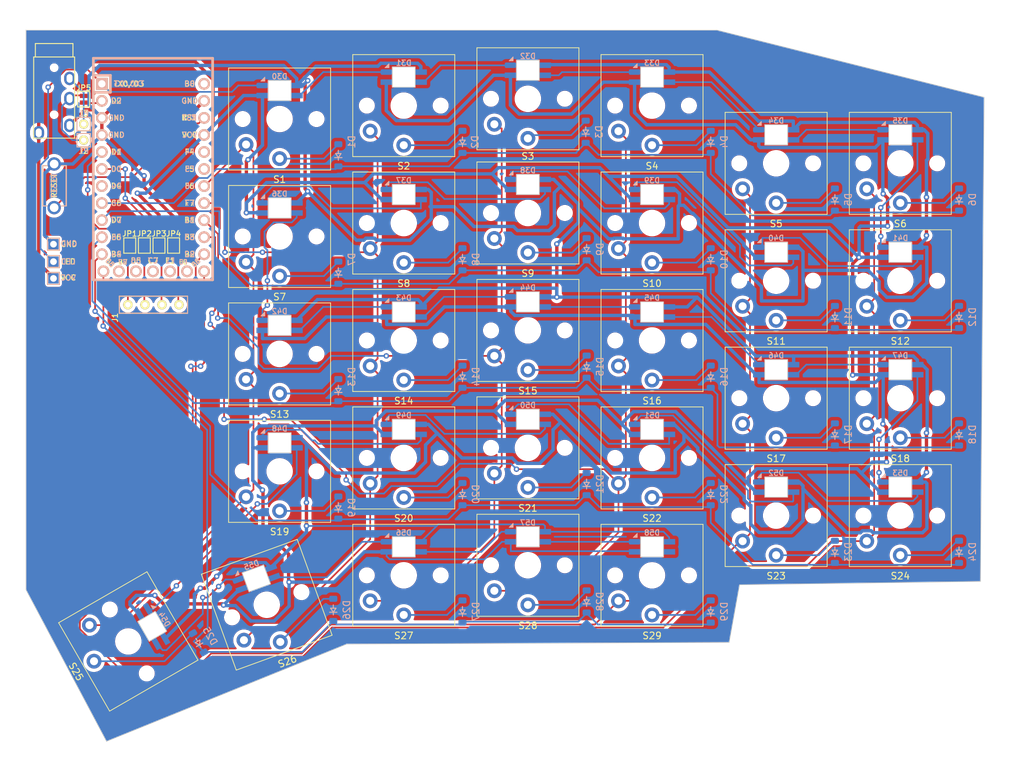
<source format=kicad_pcb>
(kicad_pcb (version 20221018) (generator pcbnew)
  (layers (0 "F.Cu" signal) (31 "B.Cu" signal) (34 "B.Paste" user) (35 "F.Paste" user) (36 "B.SilkS" user "B.Silkscreen") (37 "F.SilkS" user "F.Silkscreen") (38 "B.Mask" user) (39 "F.Mask" user) (44 "Edge.Cuts" user))
  (net 0 "")
  (net 1 "Row 0")
  (net 2 "Net-(D1-A)")
  (net 3 "Net-(D2-A)")
  (net 4 "Net-(D3-A)")
  (net 5 "Net-(D4-A)")
  (net 6 "Net-(D5-A)")
  (net 7 "Net-(D6-A)")
  (net 8 "Row 1")
  (net 9 "Net-(D7-A)")
  (net 10 "Net-(D8-A)")
  (net 11 "Net-(D9-A)")
  (net 12 "Net-(D10-A)")
  (net 13 "Net-(D11-A)")
  (net 14 "Net-(D12-A)")
  (net 15 "Row 2")
  (net 16 "Net-(D13-A)")
  (net 17 "Net-(D14-A)")
  (net 18 "Net-(D15-A)")
  (net 19 "Net-(D16-A)")
  (net 20 "Net-(D17-A)")
  (net 21 "Net-(D18-A)")
  (net 22 "Column 0")
  (net 23 "Column 1")
  (net 24 "Column 2")
  (net 25 "Column 3")
  (net 26 "Column 4")
  (net 27 "Column 5")
  (net 28 "GND")
  (net 29 "VCC")
  (net 31 "Net-(D30-DOUT)")
  (net 32 "Net-(D31-DOUT)")
  (net 33 "Net-(D32-DOUT)")
  (net 34 "Net-(D33-DOUT)")
  (net 35 "Net-(D34-DOUT)")
  (net 36 "Net-(D35-DOUT)")
  (net 37 "LED")
  (net 38 "DATA")
  (net 39 "SDA")
  (net 40 "SCL")
  (net 41 "Row 3")
  (net 42 "Row 4")
  (net 43 "Net-(D36-DOUT)")
  (net 44 "Net-(D48-DOUT)")
  (net 45 "Net-(D48-DIN)")
  (net 46 "Net-(D49-DIN)")
  (net 47 "Net-(D50-DIN)")
  (net 48 "Net-(D51-DIN)")
  (net 49 "Net-(D52-DIN)")
  (net 50 "Net-(D54-DOUT)")
  (net 51 "Net-(D55-DOUT)")
  (net 52 "Net-(D56-DOUT)")
  (net 53 "Net-(D57-DOUT)")
  (net 57 "RESET")
  (net 64 "Net-(J3-Pin_1)")
  (net 65 "Net-(D19-A)")
  (net 66 "Net-(D20-A)")
  (net 67 "Net-(D21-A)")
  (net 68 "Net-(D22-A)")
  (net 69 "Net-(D23-A)")
  (net 70 "Net-(D24-A)")
  (net 71 "Net-(D25-A)")
  (net 72 "Net-(D26-A)")
  (net 73 "Net-(D27-A)")
  (net 74 "Net-(D28-A)")
  (net 75 "Net-(D29-A)")
  (net 76 "Net-(D36-DIN)")
  (net 77 "Net-(D37-DIN)")
  (net 78 "Net-(D38-DIN)")
  (net 79 "Net-(D39-DIN)")
  (net 80 "Net-(D40-DIN)")
  (net 81 "Net-(D42-DOUT)")
  (net 82 "Net-(D43-DOUT)")
  (net 83 "Net-(D44-DOUT)")
  (net 84 "Net-(D45-DOUT)")
  (net 85 "Net-(D46-DOUT)")
  (net 86 "Net-(D47-DOUT)")
  (net 87 "Net-(J1-P1)")
  (net 88 "Net-(J1-P2)")
  (net 89 "Net-(J1-P3)")
  (net 90 "Net-(J1-P4)")
  (net 91 "Net-(J2-Pin_1)")
  (footprint "Switch_Keyboard_Kailh:SW_Kailh_Choc_V1_1.00u" (layer "F.Cu") (at 142.231753 118.615542 180)
    (fp_text reference "S28")
    (fp_text value "Keyswitch")
  )
  (footprint "ScottoKeebs_Components:LED_SK6812MINI-MOD1" (layer "F.Cu") (at 179.231753 89.465542)
    (fp_text reference "D46")
    (fp_text value "LED_SK6812MINI" hide)
    (fp_line (start -1.7 -1.5) (end -1.7 1.5) (stroke (width 0.12)) (layer "Edge.Cuts"))
    (fp_line (start -1.7 1.5) (end 1.7 1.5) (stroke (width 0.12)) (layer "Edge.Cuts"))
    (fp_line (start 1.7 -1.5) (end -1.7 -1.5) (stroke (width 0.12)) (layer "Edge.Cuts"))
    (fp_line (start 1.7 1.5) (end 1.7 -1.5) (stroke (width 0.12)) (layer "Edge.Cuts"))
  )
  (footprint "ScottoKeebs_Components:LED_SK6812MINI-MOD1" (layer "F.Cu") (at 179.231753 54.465542)
    (fp_text reference "D34")
    (fp_text value "LED_SK6812MINI" hide)
    (fp_line (start -1.7 -1.5) (end -1.7 1.5) (stroke (width 0.12)) (layer "Edge.Cuts"))
    (fp_line (start -1.7 1.5) (end 1.7 1.5) (stroke (width 0.12)) (layer "Edge.Cuts"))
    (fp_line (start 1.7 -1.5) (end -1.7 -1.5) (stroke (width 0.12)) (layer "Edge.Cuts"))
    (fp_line (start 1.7 1.5) (end 1.7 -1.5) (stroke (width 0.12)) (layer "Edge.Cuts"))
  )
  (footprint "ScottoKeebs_Components:LED_SK6812MINI-MOD1" (layer "F.Cu") (at 142.231753 79.365542)
    (fp_text reference "D44")
    (fp_text value "LED_SK6812MINI" hide)
    (fp_line (start -1.7 -1.5) (end -1.7 1.5) (stroke (width 0.12)) (layer "Edge.Cuts"))
    (fp_line (start -1.7 1.5) (end 1.7 1.5) (stroke (width 0.12)) (layer "Edge.Cuts"))
    (fp_line (start 1.7 -1.5) (end -1.7 -1.5) (stroke (width 0.12)) (layer "Edge.Cuts"))
    (fp_line (start 1.7 1.5) (end 1.7 -1.5) (stroke (width 0.12)) (layer "Edge.Cuts"))
  )
  (footprint "ScottoKeebs_Components:LED_SK6812MINI-MOD1" (layer "F.Cu") (at 197.731753 106.965542)
    (fp_text reference "D53")
    (fp_text value "LED_SK6812MINI" hide)
    (fp_line (start -1.7 -1.5) (end -1.7 1.5) (stroke (width 0.12)) (layer "Edge.Cuts"))
    (fp_line (start -1.7 1.5) (end 1.7 1.5) (stroke (width 0.12)) (layer "Edge.Cuts"))
    (fp_line (start 1.7 -1.5) (end -1.7 -1.5) (stroke (width 0.12)) (layer "Edge.Cuts"))
    (fp_line (start 1.7 1.5) (end 1.7 -1.5) (stroke (width 0.12)) (layer "Edge.Cuts"))
  )
  (footprint "untitled:jumper_data-MOD" (layer "F.Cu") (at 87.253753 70.965922 90)
    (fp_text reference "JP3")
    (fp_text value "Jumper" hide)
  )
  (footprint "ScottoKeebs_Components:LED_SK6812MINI-MOD1" (layer "F.Cu") (at 86.243506 127.721084 -60)
    (fp_text reference "D54")
    (fp_text value "LED_SK6812MINI" hide)
    (fp_line (start -1.7 -1.5) (end -1.7 1.5) (stroke (width 0.12)) (layer "Edge.Cuts"))
    (fp_line (start -1.7 1.5) (end 1.7 1.5) (stroke (width 0.12)) (layer "Edge.Cuts"))
    (fp_line (start 1.7 -1.5) (end -1.7 -1.5) (stroke (width 0.12)) (layer "Edge.Cuts"))
    (fp_line (start 1.7 1.5) (end 1.7 -1.5) (stroke (width 0.12)) (layer "Edge.Cuts"))
  )
  (footprint "ScottoKeebs_Components:LED_SK6812MINI-MOD1" (layer "F.Cu") (at 142.231753 114.365542)
    (fp_text reference "D57")
    (fp_text value "LED_SK6812MINI" hide)
    (fp_line (start -1.7 -1.5) (end -1.7 1.5) (stroke (width 0.12)) (layer "Edge.Cuts"))
    (fp_line (start -1.7 1.5) (end 1.7 1.5) (stroke (width 0.12)) (layer "Edge.Cuts"))
    (fp_line (start 1.7 -1.5) (end -1.7 -1.5) (stroke (width 0.12)) (layer "Edge.Cuts"))
    (fp_line (start 1.7 1.5) (end 1.7 -1.5) (stroke (width 0.12)) (layer "Edge.Cuts"))
  )
  (footprint "Switch_Keyboard_Kailh:SW_Kailh_Choc_V1_1.00u" (layer "F.Cu") (at 123.731753 50.115542 180)
    (fp_text reference "S2")
    (fp_text value "Keyswitch")
  )
  (footprint "Switch_Keyboard_Kailh:SW_Kailh_Choc_V1_1.00u" (layer "F.Cu") (at 160.731753 120.115542 180)
    (fp_text reference "S29")
    (fp_text value "Keyswitch")
  )
  (footprint "untitled:1pin_conn" (layer "F.Cu") (at 76.031753 52.865542)
    (fp_text reference "J3")
    (fp_text value "i2c" hide)
  )
  (footprint "ScottoKeebs_Components:LED_SK6812MINI-MOD1" (layer "F.Cu") (at 160.731753 98.365542)
    (fp_text reference "D51")
    (fp_text value "LED_SK6812MINI" hide)
    (fp_line (start -1.7 -1.5) (end -1.7 1.5) (stroke (width 0.12)) (layer "Edge.Cuts"))
    (fp_line (start -1.7 1.5) (end 1.7 1.5) (stroke (width 0.12)) (layer "Edge.Cuts"))
    (fp_line (start 1.7 -1.5) (end -1.7 -1.5) (stroke (width 0.12)) (layer "Edge.Cuts"))
    (fp_line (start 1.7 1.5) (end 1.7 -1.5) (stroke (width 0.12)) (layer "Edge.Cuts"))
  )
  (footprint "Switch_Keyboard_Kailh:SW_Kailh_Choc_V1_1.00u" (layer "F.Cu") (at 179.231753 93.715542 180)
    (fp_text reference "S17")
    (fp_text value "Keyswitch")
  )
  (footprint "Switch_Keyboard_Kailh:SW_Kailh_Choc_V1_1.00u" (layer "F.Cu") (at 142.231753 66.115542 180)
    (fp_text reference "S9")
    (fp_text value "Keyswitch")
  )
  (footprint "Switch_Keyboard_Kailh:SW_Kailh_Choc_V1_1.00u" (layer "F.Cu") (at 103.313444 124.496653 -160)
    (fp_text reference "S26")
    (fp_text value "Keyswitch")
  )
  (footprint "Switch_Keyboard_Kailh:SW_Kailh_Choc_V1_1.00u" (layer "F.Cu") (at 197.731753 76.215542 180)
    (fp_text reference "S12")
    (fp_text value "Keyswitch")
  )
  (footprint "ScottoKeebs_Components:LED_SK6812MINI-MOD1" (layer "F.Cu") (at 105.231753 82.865542)
    (fp_text reference "D42")
    (fp_text value "LED_SK6812MINI" hide)
    (fp_line (start -1.7 -1.5) (end -1.7 1.5) (stroke (width 0.12)) (layer "Edge.Cuts"))
    (fp_line (start -1.7 1.5) (end 1.7 1.5) (stroke (width 0.12)) (layer "Edge.Cuts"))
    (fp_line (start 1.7 -1.5) (end -1.7 -1.5) (stroke (width 0.12)) (layer "Edge.Cuts"))
    (fp_line (start 1.7 1.5) (end 1.7 -1.5) (stroke (width 0.12)) (layer "Edge.Cuts"))
  )
  (footprint "ScottoKeebs_Components:LED_SK6812MINI-MOD1" (layer "F.Cu") (at 123.731753 115.865542)
    (fp_text reference "D56")
    (fp_text value "LED_SK6812MINI" hide)
    (fp_line (start -1.7 -1.5) (end -1.7 1.5) (stroke (width 0.12)) (layer "Edge.Cuts"))
    (fp_line (start -1.7 1.5) (end 1.7 1.5) (stroke (width 0.12)) (layer "Edge.Cuts"))
    (fp_line (start 1.7 -1.5) (end -1.7 -1.5) (stroke (width 0.12)) (layer "Edge.Cuts"))
    (fp_line (start 1.7 1.5) (end 1.7 -1.5) (stroke (width 0.12)) (layer "Edge.Cuts"))
  )
  (footprint "ScottoKeebs_Components:LED_SK6812MINI-MOD1" (layer "F.Cu") (at 142.231753 96.865542)
    (fp_text reference "D50")
    (fp_text value "LED_SK6812MINI" hide)
    (fp_line (start -1.7 -1.5) (end -1.7 1.5) (stroke (width 0.12)) (layer "Edge.Cuts"))
    (fp_line (start -1.7 1.5) (end 1.7 1.5) (stroke (width 0.12)) (layer "Edge.Cuts"))
    (fp_line (start 1.7 -1.5) (end -1.7 -1.5) (stroke (width 0.12)) (layer "Edge.Cuts"))
    (fp_line (start 1.7 1.5) (end 1.7 -1.5) (stroke (width 0.12)) (layer "Edge.Cuts"))
  )
  (footprint "Switch_Keyboard_Kailh:SW_Kailh_Choc_V1_1.00u" (layer "F.Cu") (at 142.231753 49.095542 180)
    (fp_text reference "S3")
    (fp_text value "Keyswitch")
  )
  (footprint "ScottoKeebs_Components:LED_SK6812MINI-MOD1" (layer "F.Cu") (at 179.231753 106.965542)
    (fp_text reference "D52")
    (fp_text value "LED_SK6812MINI" hide)
    (fp_line (start -1.7 -1.5) (end -1.7 1.5) (stroke (width 0.12)) (layer "Edge.Cuts"))
    (fp_line (start -1.7 1.5) (end 1.7 1.5) (stroke (width 0.12)) (layer "Edge.Cuts"))
    (fp_line (start 1.7 -1.5) (end -1.7 -1.5) (stroke (width 0.12)) (layer "Edge.Cuts"))
    (fp_line (start 1.7 1.5) (end 1.7 -1.5) (stroke (width 0.12)) (layer "Edge.Cuts"))
  )
  (footprint "ScottoKeebs_Components:LED_SK6812MINI-MOD1" (layer "F.Cu") (at 123.731753 63.365542)
    (fp_text reference "D37")
    (fp_text value "LED_SK6812MINI" hide)
    (fp_line (start -1.7 -1.5) (end -1.7 1.5) (stroke (width 0.12)) (layer "Edge.Cuts"))
    (fp_line (start -1.7 1.5) (end 1.7 1.5) (stroke (width 0.12)) (layer "Edge.Cuts"))
    (fp_line (start 1.7 -1.5) (end -1.7 -1.5) (stroke (width 0.12)) (layer "Edge.Cuts"))
    (fp_line (start 1.7 1.5) (end 1.7 -1.5) (stroke (width 0.12)) (layer "Edge.Cuts"))
  )
  (footprint "Switch_Keyboard_Kailh:SW_Kailh_Choc_V1_1.00u" (layer "F.Cu") (at 142.231753 83.615542 180)
    (fp_text reference "S15")
    (fp_text value "Keyswitch")
  )
  (footprint "Switch_Keyboard_Kailh:SW_Kailh_Choc_V1_1.00u" (layer "F.Cu") (at 160.731753 85.115542 180)
    (fp_text reference "S16")
    (fp_text value "Keyswitch")
  )
  (footprint "untitled:jumper_data-MOD" (layer "F.Cu") (at 89.431753 70.965922 90)
    (fp_text reference "JP4")
    (fp_text value "Jumper" hide)
  )
  (footprint "Switch_Keyboard_Kailh:SW_Kailh_Choc_V1_1.00u" (layer "F.Cu") (at 179.231753 76.215542 180)
    (fp_text reference "S11")
    (fp_text value "Keyswitch")
  )
  (footprint "Switch_Keyboard_Kailh:SW_Kailh_Choc_V1_1.00u" (layer "F.Cu") (at 197.731753 93.715542 180)
    (fp_text reference "S18")
    (fp_text value "Keyswitch")
  )
  (footprint "Switch_Keyboard_Kailh:SW_Kailh_Choc_V1_1.00u" (layer "F.Cu") (at 105.231753 52.115542 180)
    (fp_text reference "S1")
    (fp_text value "Keyswitch")
  )
  (footprint "Switch_Keyboard_Kailh:SW_Kailh_Choc_V1_1.00u" (layer "F.Cu") (at 123.731753 67.615542 180)
    (fp_text reference "S8")
    (fp_text value "Keyswitch")
  )
  (footprint "Switch_Keyboard_Kailh:SW_Kailh_Choc_V1_1.00u" (layer "F.Cu") (at 160.731753 50.115542 180)
    (fp_text reference "S4")
    (fp_text value "Keyswitch")
  )
  (footprint "Keebio-Parts:Elite-C" (layer "F.Cu") (at 86.361753 60.835542 -90)
    (fp_text reference "U1" hide)
    (fp_text value "EliteC_Pro_Micro" hide)
  )
  (footprint "Switch_Keyboard_Kailh:SW_Kailh_Choc_V1_1.00u" (layer "F.Cu") (at 105.231753 104.615542 180)
    (fp_text reference "S19")
    (fp_text value "Keyswitch")
  )
  (footprint "Switch_Keyboard_Kailh:SW_Kailh_Choc_V1_1.00u" (layer "F.Cu") (at 105.231753 87.115542 180)
    (fp_text reference "S13")
    (fp_text value "Keyswitch")
  )
  (footprint "ScottoKeebs_Components:LED_SK6812MINI-MOD1" (layer "F.Cu") (at 197.731753 71.965542)
    (fp_text reference "D41")
    (fp_text value "LED_SK6812MINI" hide)
    (fp_line (start -1.7 -1.5) (end -1.7 1.5) (stroke (width 0.12)) (layer "Edge.Cuts"))
    (fp_line (start -1.7 1.5) (end 1.7 1.5) (stroke (width 0.12)) (layer "Edge.Cuts"))
    (fp_line (start 1.7 -1.5) (end -1.7 -1.5) (stroke (width 0.12)) (layer "Edge.Cuts"))
    (fp_line (start 1.7 1.5) (end 1.7 -1.5) (stroke (width 0.12)) (layer "Edge.Cuts"))
  )
  (footprint "Switch_Keyboard_Kailh:SW_Kailh_Choc_V1_1.00u" (layer "F.Cu") (at 197.731753 111.215542 180)
    (fp_text reference "S24")
    (fp_text value "Keyswitch")
  )
  (footprint "ScottoKeebs_Components:LED_SK6812MINI-MOD1" (layer "F.Cu") (at 160.731753 63.365542)
    (fp_text reference "D39")
    (fp_text value "LED_SK6812MINI" hide)
    (fp_line (start -1.7 -1.5) (end -1.7 1.5) (stroke (width 0.12)) (layer "Edge.Cuts"))
    (fp_line (start -1.7 1.5) (end 1.7 1.5) (stroke (width 0.12)) (layer "Edge.Cuts"))
    (fp_line (start 1.7 -1.5) (end -1.7 -1.5) (stroke (width 0.12)) (layer "Edge.Cuts"))
    (fp_line (start 1.7 1.5) (end 1.7 -1.5) (stroke (width 0.12)) (layer "Edge.Cuts"))
  )
  (footprint "ScottoKeebs_Components:LED_SK6812MINI-MOD1" (layer "F.Cu") (at 123.731753 80.865542)
    (fp_text reference "D43")
    (fp_text value "LED_SK6812MINI" hide)
    (fp_line (start -1.7 -1.5) (end -1.7 1.5) (stroke (width 0.12)) (layer "Edge.Cuts"))
    (fp_line (start -1.7 1.5) (end 1.7 1.5) (stroke (width 0.12)) (layer "Edge.Cuts"))
    (fp_line (start 1.7 -1.5) (end -1.7 -1.5) (stroke (width 0.12)) (layer "Edge.Cuts"))
    (fp_line (start 1.7 1.5) (end 1.7 -1.5) (stroke (width 0.12)) (layer "Edge.Cuts"))
  )
  (footprint "ScottoKeebs_Components:LED_SK6812MINI-MOD1" (layer "F.Cu") (at 105.231753 100.365542)
    (fp_text reference "D48")
    (fp_text value "LED_SK6812MINI" hide)
    (fp_line (start -1.7 -1.5) (end -1.7 1.5) (stroke (width 0.12)) (layer "Edge.Cuts"))
    (fp_line (start -1.7 1.5) (end 1.7 1.5) (stroke (width 0.12)) (layer "Edge.Cuts"))
    (fp_line (start 1.7 -1.5) (end -1.7 -1.5) (stroke (width 0.12)) (layer "Edge.Cuts"))
    (fp_line (start 1.7 1.5) (end 1.7 -1.5) (stroke (width 0.12)) (layer "Edge.Cuts"))
  )
  (footprint "Switch_Keyboard_Kailh:SW_Kailh_Choc_V1_1.00u" (layer "F.Cu") (at 160.731753 102.615542 180)
    (fp_text reference "S22")
    (fp_text value "Keyswitch")
  )
  (footprint "ScottoKeebs_Components:LED_SK6812MINI-MOD1" (layer "F.Cu") (at 197.731753 54.465542)
    (fp_text reference "D35")
    (fp_text value "LED_SK6812MINI" hide)
    (fp_line (start -1.7 -1.5) (end -1.7 1.5) (stroke (width 0.12)) (layer "Edge.Cuts"))
    (fp_line (start -1.7 1.5) (end 1.7 1.5) (stroke (width 0.12)) (layer "Edge.Cuts"))
    (fp_line (start 1.7 -1.5) (end -1.7 -1.5) (stroke (width 0.12)) (layer "Edge.Cuts"))
    (fp_line (start 1.7 1.5) (end 1.7 -1.5) (stroke (width 0.12)) (layer "Edge.Cuts"))
  )
  (footprint "untitled:TACT_SWITCH_TVBP06" (layer "F.Cu") (at 71.631753 62.065542 -90)
    (fp_text reference "RSW1" hide)
    (fp_text value "SW_RST" hide)
  )
  (footprint "ScottoKeebs_Components:LED_SK6812MINI-MOD1" (layer "F.Cu") (at 179.231753 71.965542)
    (fp_text reference "D40")
    (fp_text value "LED_SK6812MINI" hide)
    (fp_line (start -1.7 -1.5) (end -1.7 1.5) (stroke (width 0.12)) (layer "Edge.Cuts"))
    (fp_line (start -1.7 1.5) (end 1.7 1.5) (stroke (width 0.12)) (layer "Edge.Cuts"))
    (fp_line (start 1.7 -1.5) (end -1.7 -1.5) (stroke (width 0.12)) (layer "Edge.Cuts"))
    (fp_line (start 1.7 1.5) (end 1.7 -1.5) (stroke (width 0.12)) (layer "Edge.Cuts"))
  )
  (footprint "ScottoKeebs_Components:LED_SK6812MINI-MOD1" (layer "F.Cu") (at 160.731753 45.865542)
    (fp_text reference "D33")
    (fp_text value "LED_SK6812MINI" hide)
    (fp_line (start -1.7 -1.5) (end -1.7 1.5) (stroke (width 0.12)) (layer "Edge.Cuts"))
    (fp_line (start -1.7 1.5) (end 1.7 1.5) (stroke (width 0.12)) (layer "Edge.Cuts"))
    (fp_line (start 1.7 -1.5) (end -1.7 -1.5) (stroke (width 0.12)) (layer "Edge.Cuts"))
    (fp_line (start 1.7 1.5) (end 1.7 -1.5) (stroke (width 0.12)) (layer "Edge.Cuts"))
  )
  (footprint "untitled:OLED_4Pin" (layer "F.Cu") (at 82.621753 79.785542)
    (fp_text reference "J1")
    (fp_text value "OLED" hide)
  )
  (footprint "untitled:1pin_conn" (layer "F.Cu") (at 76.031753 55.265542)
    (fp_text reference "J2")
    (fp_text value "i2c" hide)
  )
  (footprint "ScottoKeebs_Components:LED_SK6812MINI-MOD1" (layer "F.Cu") (at 123.731753 45.865542)
    (fp_text reference "D31")
    (fp_text value "LED_SK6812MINI" hide)
    (fp_line (start -1.7 -1.5) (end -1.7 1.5) (stroke (width 0.12)) (layer "Edge.Cuts"))
    (fp_line (start -1.7 1.5) (end 1.7 1.5) (stroke (width 0.12)) (layer "Edge.Cuts"))
    (fp_line (start 1.7 -1.5) (end -1.7 -1.5) (stroke (width 0.12)) (layer "Edge.Cuts"))
    (fp_line (start 1.7 1.5) (end 1.7 -1.5) (stroke (width 0.12)) (layer "Edge.Cuts"))
  )
  (footprint "Switch_Keyboard_Kailh:SW_Kailh_Choc_V1_1.00u" (layer "F.Cu") (at 197.731753 58.715542 180)
    (fp_text reference "S6")
    (fp_text value "Keyswitch")
  )
  (footprint "untitled:LED" (layer "F.Cu") (at 71.531753 75.865542 180)
    (fp_text reference "J4" hide)
    (fp_text value "LED" hide)
  )
  (footprint "ScottoKeebs_Components:LED_SK6812MINI-MOD1" (layer "F.Cu") (at 197.731753 89.465542)
    (fp_text reference "D47")
    (fp_text value "LED_SK6812MINI" hide)
    (fp_line (start -1.7 -1.5) (end -1.7 1.5) (stroke (width 0.12)) (layer "Edge.Cuts"))
    (fp_line (start -1.7 1.5) (end 1.7 1.5) (stroke (width 0.12)) (layer "Edge.Cuts"))
    (fp_line (start 1.7 -1.5) (end -1.7 -1.5) (stroke (width 0.12)) (layer "Edge.Cuts"))
    (fp_line (start 1.7 1.5) (end 1.7 -1.5) (stroke (width 0.12)) (layer "Edge.Cuts"))
  )
  (footprint "Switch_Keyboard_Kailh:SW_Kailh_Choc_V1_1.00u" (layer "F.Cu") (at 160.731753 67.615542 180)
    (fp_text reference "S10")
    (fp_text value "Keyswitch")
  )
  (footprint "ScottoKeebs_Components:TRRS_PJ-320A" (layer "F.Cu") (at 71.631753 42.865542)
    (fp_text reference "U2")
    (fp_text value "TRRS")
  )
  (footprint "ScottoKeebs_Components:LED_SK6812MINI-MOD1" (layer "F.Cu") (at 105.231753 65.365542)
    (fp_text reference "D36")
    (fp_text value "LED_SK6812MINI" hide)
    (fp_line (start -1.7 -1.5) (end -1.7 1.5) (stroke (width 0.12)) (layer "Edge.Cuts"))
    (fp_line (start -1.7 1.5) (end 1.7 1.5) (stroke (width 0.12)) (layer "Edge.Cuts"))
    (fp_line (start 1.7 -1.5) (end -1.7 -1.5) (stroke (width 0.12)) (layer "Edge.Cuts"))
    (fp_line (start 1.7 1.5) (end 1.7 -1.5) (stroke (width 0.12)) (layer "Edge.Cuts"))
  )
  (footprint "Switch_Keyboard_Kailh:SW_Kailh_Choc_V1_1.00u" (layer "F.Cu") (at 123.731753 120.115542 180)
    (fp_text reference "S27")
    (fp_text value "Keyswitch")
  )
  (footprint "Switch_Keyboard_Kailh:SW_Kailh_Choc_V1_1.00u" (layer "F.Cu") (at 123.731753 102.615542 180)
    (fp_text reference "S20")
    (fp_text value "Keyswitch")
  )
  (footprint "ScottoKeebs_Components:LED_SK6812MINI-MOD1" (layer "F.Cu") (at 142.231753 61.865542)
    (fp_text reference "D38")
    (fp_text value "LED_SK6812MINI" hide)
    (fp_line (start -1.7 -1.5) (end -1.7 1.5) (stroke (width 0.12)) (layer "Edge.Cuts"))
    (fp_line (start -1.7 1.5) (end 1.7 1.5) (stroke (width 0.12)) (layer "Edge.Cuts"))
    (fp_line (start 1.7 -1.5) (end -1.7 -1.5) (stroke (width 0.12)) (layer "Edge.Cuts"))
    (fp_line (start 1.7 1.5) (end 1.7 -1.5) (stroke (width 0.12)) (layer "Edge.Cuts"))
  )
  (footprint "Switch_Keyboard_Kailh:SW_Kailh_Choc_V1_1.00u" (layer "F.Cu") (at 123.731753 85.115542 180)
    (fp_text reference "S14")
    (fp_text value "Keyswitch")
  )
  (footprint "ScottoKeebs_Components:LED_SK6812MINI-MOD1" (layer "F.Cu") (at 142.231753 44.845542)
    (fp_text reference "D32")
    (fp_text value "LED_SK6812MINI" hide)
    (fp_line (start -1.7 -1.5) (end -1.7 1.5) (stroke (width 0.12)) (layer "Edge.Cuts"))
    (fp_line (start -1.7 1.5) (end 1.7 1.5) (stroke (width 0.12)) (layer "Edge.Cuts"))
    (fp_line (start 1.7 -1.5) (end -1.7 -1.5) (stroke (width 0.12)) (layer "Edge.Cuts"))
    (fp_line (start 1.7 1.5) (end 1.7 -1.5) (stroke (width 0.12)) (layer "Edge.Cuts"))
  )
  (footprint "Switch_Keyboard_Kailh:SW_Kailh_Choc_V1_1.00u" (layer "F.Cu") (at 82.681753 129.965542 120)
    (fp_text reference "S25")
    (fp_text value "Keyswitch")
  )
  (footprint "ScottoKeebs_Components:LED_SK6812MINI-MOD1" (layer "F.Cu") (at 101.76 120.57 20)
    (fp_text reference "D55")
    (fp_text value "LED_SK6812MINI" hide)
    (fp_line (start -1.7 -1.5) (end -1.7 1.5) (stroke (width 0.12)) (layer "Edge.Cuts"))
    (fp_line (start -1.7 1.5) (end 1.7 1.5) (stroke (width 0.12)) (layer "Edge.Cuts"))
    (fp_line (start 1.7 -1.5) (end -1.7 -1.5) (stroke (width 0.12)) (layer "Edge.Cuts"))
    (fp_line (start 1.7 1.5) (end 1.7 -1.5) (stroke (width 0.12)) (layer "Edge.Cuts"))
  )
  (footprint "Switch_Keyboard_Kailh:SW_Kailh_Choc_V1_1.00u" (layer "F.Cu") (at 105.231753 69.615542 180)
    (fp_text reference "S7")
    (fp_text value "Keyswitch")
  )
  (footprint "untitled:jumper_data-MOD" (layer "F.Cu") (at 85.075753 70.965922 90)
    (fp_text reference "JP2")
    (fp_text value "Jumper" hide)
  )
  (footprint "Switch_Keyboard_Kailh:SW_Kailh_Choc_V1_1.00u" (layer "F.Cu") (at 142.231753 101.115542 180)
    (fp_text reference "S21")
    (fp_text value "Keyswitch")
  )
  (footprint "ScottoKeebs_Components:LED_SK6812MINI-MOD1" (layer "F.Cu") (at 160.731753 80.865542)
    (fp_text reference "D45")
    (fp_text value "LED_SK6812MINI" hide)
    (fp_line (start -1.7 -1.5) (end -1.7 1.5) (stroke (width 0.12)) (layer "Edge.Cuts"))
    (fp_line (start -1.7 1.5) (end 1.7 1.5) (stroke (width 0.12)) (layer "Edge.Cuts"))
    (fp_line (start 1.7 -1.5) (end -1.7 -1.5) (stroke (width 0.12)) (layer "Edge.Cuts"))
    (fp_line (start 1.7 1.5) (end 1.7 -1.5) (stroke (width 0.12)) (layer "Edge.Cuts"))
  )
  (footprint "ScottoKeebs_Components:LED_SK6812MINI-MOD1" (layer "F.Cu") (at 160.731753 115.865542)
    (fp_text reference "D58")
    (fp_text value "LED_SK6812MINI" hide)
    (fp_line (start -1.7 -1.5) (end -1.7 1.5) (stroke (width 0.12)) (layer "Edge.Cuts"))
    (fp_line (start -1.7 1.5) (end 1.7 1.5) (stroke (width 0.12)) (layer "Edge.Cuts"))
    (fp_line (start 1.7 -1.5) (end -1.7 -1.5) (stroke (width 0.12)) (layer "Edge.Cuts"))
    (fp_line (start 1.7 1.5) (end 1.7 -1.5) (stroke (width 0.12)) (layer "Edge.Cuts"))
  )
  (footprint "ScottoKeebs_Components:LED_SK6812MINI-MOD1" (layer "F.Cu") (at 105.231753 47.865542)
    (fp_text reference "D30")
    (fp_text value "LED_SK6812MINI" hide)
    (fp_line (start -1.7 -1.5) (end -1.7 1.5) (stroke (width 0.12)) (layer "Edge.Cuts"))
    (fp_line (start -1.7 1.5) (end 1.7 1.5) (stroke (width 0.12)) (layer "Edge.Cuts"))
    (fp_line (start 1.7 -1.5) (end -1.7 -1.5) (stroke (width 0.12)) (layer "Edge.Cuts"))
    (fp_line (start 1.7 1.5) (end 1.7 -1.5) (stroke (width 0.12)) (layer "Edge.Cuts"))
  )
  (footprint "Switch_Keyboard_Kailh:SW_Kailh_Choc_V1_1.00u" (layer "F.Cu") (at 179.231753 58.715542 180)
    (fp_text reference "S5")
    (fp_text value "Keyswitch")
  )
  (footprint "ScottoKeebs_Components:LED_SK6812MINI-MOD1" (layer "F.Cu") (at 123.731753 98.365542)
    (fp_text reference "D49")
    (fp_text value "LED_SK6812MINI" hide)
    (fp_line (start -1.7 -1.5) (end -1.7 1.5) (stroke (width 0.12)) (layer "Edge.Cuts"))
    (fp_line (start -1.7 1.5) (end 1.7 1.5) (stroke (width 0.12)) (layer "Edge.Cuts"))
    (fp_line (start 1.7 -1.5) (end -1.7 -1.5) (stroke (width 0.12)) (layer "Edge.Cuts"))
    (fp_line (start 1.7 1.5) (end 1.7 -1.5) (stroke (width 0.12)) (layer "Edge.Cuts"))
  )
  (footprint "untitled:jumper_data-MOD" (layer "F.Cu") (at 82.897753 70.965922 90)
    (fp_text reference "JP1")
    (fp_text value "Jumper" hide)
  )
  (footprint "Switch_Keyboard_Kailh:SW_Kailh_Choc_V1_1.00u" (layer "F.Cu") (at 179.231753 111.215542 180)
    (fp_text reference "S23")
    (fp_text value "Keyswitch")
  )
  (footprint "untitled:jumper_data-MOD" (layer "F.Cu") (at 76.031753 49.165922 -90)
    (fp_text reference "JP5")
    (fp_text value "Jumper" hide)
  )
  (footprint "ScottoKeebs_Components:Diode_SOD-123" (layer "B.Cu") (at 206.481753 116.615542 90)
    (fp_text reference "D24")
    (fp_text value "Diode")
  )
  (footprint "ScottoKeebs_Components:Diode_SOD-123" (layer "B.Cu") (at 169.481753 90.515542 90)
    (fp_text reference "D16")
    (fp_text value "Diode")
  )
  (footprint "ScottoKeebs_Components:Diode_SOD-123" (layer "B.Cu") (at 169.481753 125.515542 90)
    (fp_text reference "D29")
    (fp_text value "Diode")
  )
  (footprint "ScottoKeebs_Components:Diode_SOD-123" (layer "B.Cu") (at 132.481753 108.015542 90)
    (fp_text reference "D20")
    (fp_text value "Diode")
  )
  (footprint "ScottoKeebs_Components:Diode_SOD-123" (layer "B.Cu") (at 132.481753 55.515542 90)
    (fp_text reference "D2")
    (fp_text value "Diode")
  )
  (footprint "ScottoKeebs_Components:Diode_SOD-123" (layer "B.Cu") (at 132.481753 125.515542 90)
    (fp_text reference "D27")
    (fp_text value "Diode")
  )
  (footprint "ScottoKeebs_Components:Diode_SOD-123" (layer "B.Cu") (at 206.481753 99.115542 90)
    (fp_text reference "D18")
    (fp_text value "Diode")
  )
  (footprint "ScottoKeebs_Components:Diode_SOD-123" (layer "B.Cu") (at 150.981753 106.515542 90)
    (fp_text reference "D21")
    (fp_text value "Diode")
  )
  (footprint "ScottoKeebs_Components:Diode_SOD-123" (layer "B.Cu") (at 150.981753 89.015542 90)
    (fp_text reference "D15")
    (fp_text value "Diode")
  )
  (footprint "ScottoKeebs_Components:Diode_SOD-123" (layer "B.Cu") (at 93.131753 130.165542 120)
    (fp_text reference "D25")
    (fp_text value "Diode")
  )
  (footprint "ScottoKeebs_Components:Diode_SOD-123" (layer "B.Cu") (at 113.981753 57.515542 90)
    (fp_text reference "D1")
    (fp_text value "Diode")
  )
  (footprint "ScottoKeebs_Components:Diode_SOD-123" (layer "B.Cu") (at 169.481753 73.015542 90)
    (fp_text reference "D10")
    (fp_text value "Diode")
  )
  (footprint "ScottoKeebs_Components:Diode_SOD-123" (layer "B.Cu") (at 150.981753 124.015542 90)
    (fp_text reference "D28")
    (fp_text value "Diode")
  )
  (footprint "ScottoKeebs_Components:Diode_SOD-123" (layer "B.Cu") (at 150.851753 54.015542 90)
    (fp_text reference "D3")
    (fp_text value "Diode")
  )
  (footprint "ScottoKeebs_Components:Diode_SOD-123" (layer "B.Cu") (at 169.481753 55.515542 90)
    (fp_text reference "D4")
    (fp_text value "Diode")
  )
  (footprint "ScottoKeebs_Components:Diode_SOD-123" (layer "B.Cu") (at 150.981753 71.515542 90)
    (fp_text reference "D9")
    (fp_text value "Diode")
  )
  (footprint "ScottoKeebs_Components:Diode_SOD-123" (layer "B.Cu") (at 187.981753 116.615542 90)
    (fp_text reference "D23")
    (fp_text value "Diode")
  )
  (footprint "ScottoKeebs_Components:Diode_SOD-123" (layer "B.Cu") (at 206.481753 81.615542 90)
    (fp_text reference "D12")
    (fp_text value "Diode")
  )
  (footprint "ScottoKeebs_Components:Diode_SOD-123" (layer "B.Cu") (at 132.481753 73.015542 90)
    (fp_text reference "D8")
    (fp_text value "Diode")
  )
  (footprint "ScottoKeebs_Components:Diode_SOD-123" (layer "B.Cu") (at 113.981753 92.515542 90)
    (fp_text reference "D13")
    (fp_text value "Diode")
  )
  (footprint "ScottoKeebs_Components:Diode_SOD-123" (layer "B.Cu") (at 113.981753 110.015542 90)
    (fp_text reference "D19")
    (fp_text value "Diode")
  )
  (footprint "ScottoKeebs_Components:Diode_SOD-123" (layer "B.Cu") (at 206.481753 64.115542 90)
    (fp_text reference "D6")
    (fp_text value "Diode")
  )
  (footprint "ScottoKeebs_Components:Diode_SOD-123" (layer "B.Cu") (at 187.981753 99.115542 90)
    (fp_text reference "D17")
    (fp_text value "Diode")
  )
  (footprint "ScottoKeebs_Components:Diode_SOD-123" (layer "B.Cu") (at 187.981753 64.115542 90)
    (fp_text reference "D5")
    (fp_text value "Diode")
  )
  (footprint "ScottoKeebs_Components:Diode_SOD-123" (layer "B.Cu") (at 113.981753 75.015542 90)
    (fp_text reference "D7")
    (fp_text value "Diode")
  )
  (footprint "ScottoKeebs_Components:Diode_SOD-123" (layer "B.Cu") (at 113.231753 125.265542 90)
    (fp_text reference "D26")
    (fp_text value "Diode")
  )
  (footprint "ScottoKeebs_Components:Diode_SOD-123" (layer "B.Cu") (at 132.481753 90.515542 90)
    (fp_text reference "D14")
    (fp_text value "Diode")
  )
  (footprint "ScottoKeebs_Components:Diode_SOD-123" (layer "B.Cu") (at 169.481753 108.015542 90)
    (fp_text reference "D22")
    (fp_text value "Diode")
  )
  (footprint "ScottoKeebs_Components:Diode_SOD-123" (layer "B.Cu") (at 187.981753 81.615542 90)
    (fp_text reference "D11")
    (fp_text value "Diode")
  )
  (gr_line (start 67.431753 122.265542) (end 79.431753 144.865542) (stroke (width 0.1)) (layer "Edge.Cuts"))
  (gr_line (start 172.231753 130.115542) (end 173.781753 121.525542) (stroke (width 0.1)) (layer "Edge.Cuts"))
  (gr_line (start 115.231753 130.365542) (end 172.231753 130.115542) (stroke (width 0.1)) (layer "Edge.Cuts"))
  (gr_line (start 209.681753 121.025542) (end 210.231753 48.865542) (stroke (width 0.1)) (layer "Edge.Cuts"))
  (gr_line (start 79.431753 144.865542) (end 115.231753 130.365542) (stroke (width 0.1)) (layer "Edge.Cuts"))
  (gr_line (start 173.781753 121.525542) (end 209.681753 121.025542) (stroke (width 0.1)) (layer "Edge.Cuts"))
  (gr_line (start 210.231753 48.865542) (end 170.431753 38.865542) (stroke (width 0.1)) (layer "Edge.Cuts"))
  (gr_line (start 170.431753 38.865542) (end 67.431753 38.865542) (stroke (width 0.1)) (layer "Edge.Cuts"))
  (gr_line (start 67.431753 38.865542) (end 67.431753 122.265542) (stroke (width 0.1)) (layer "Edge.Cuts"))
  (segment (start 93.193053 60.904242) (end 89.451753 64.645542) (width 0.25) (layer "B.Cu") (net 1))
  (segment (start 130.481753 59.165542) (end 132.481753 57.165542) (width 0.25) (layer "B.Cu") (net 1))
  (segment (start 149.351753 57.165542) (end 150.851753 55.665542) (width 0.25) (layer "B.Cu") (net 1))
  (segment (start 169.481753 60.305542) (end 175.641753 66.465542) (width 0.25) (layer "B.Cu") (net 1))
  (segment (start 188.256753 66.040542) (end 206.206753 66.040542) (width 0.25) (layer "B.Cu") (net 1))
  (segment (start 132.481753 57.165542) (end 149.481753 57.165542) (width 0.25) (layer "B.Cu") (net 1))
  (segment (start 150.981753 55.665542) (end 152.756753 57.440542) (width 0.25) (layer "B.Cu") (net 1))
  (segment (start 94.479348 60.904242) (end 93.193053 60.904242) (width 0.25) (layer "B.Cu") (net 1))
  (segment (start 89.451753 64.645542) (end 78.741753 64.645542) (width 0.25) (layer "B.Cu") (net 1))
  (segment (start 175.641753 66.465542) (end 187.281753 66.465542) (width 0.25) (layer "B.Cu") (net 1))
  (segment (start 132.481753 57.165542) (end 132.756753 57.440542) (width 0.25) (layer "B.Cu") (net 1))
  (segment (start 187.981753 65.765542) (end 188.256753 66.040542) (width 0.25) (layer "B.Cu") (net 1))
  (segment (start 113.581753 59.565542) (end 95.818048 59.565542) (width 0.25) (layer "B.Cu") (net 1))
  (segment (start 169.481753 57.165542) (end 169.481753 60.305542) (width 0.25) (layer "B.Cu") (net 1))
  (segment (start 113.981753 59.165542) (end 114.256753 59.440542) (width 0.25) (layer "B.Cu") (net 1))
  (segment (start 113.981753 59.165542) (end 113.581753 59.565542) (width 0.25) (layer "B.Cu") (net 1))
  (segment (start 169.206753 57.440542) (end 169.481753 57.165542) (width 0.25) (layer "B.Cu") (net 1))
  (segment (start 95.818048 59.565542) (end 94.479348 60.904242) (width 0.25) (layer "B.Cu") (net 1))
  (segment (start 113.981753 59.165542) (end 130.481753 59.165542) (width 0.25) (layer "B.Cu") (net 1))
  (segment (start 152.756753 57.440542) (end 169.206753 57.440542) (width 0.25) (layer "B.Cu") (net 1))
  (segment (start 206.206753 66.040542) (end 206.481753 65.765542) (width 0.25) (layer "B.Cu") (net 1))
  (segment (start 187.281753 66.465542) (end 187.981753 65.765542) (width 0.25) (layer "B.Cu") (net 1))
  (segment (start 105.231753 58.015542) (end 111.831753 58.015542) (width 0.25) (layer "B.Cu") (net 2))
  (segment (start 111.831753 58.015542) (end 113.981753 55.865542) (width 0.25) (layer "B.Cu") (net 2))
  (segment (start 130.331753 56.015542) (end 132.481753 53.865542) (width 0.25) (layer "B.Cu") (net 3))
  (segment (start 123.731753 56.015542) (end 130.331753 56.015542) (width 0.25) (layer "B.Cu") (net 3))
  (segment (start 148.701753 54.515542) (end 150.851753 52.365542) (width 0.25) (layer "B.Cu") (net 4))
  (segment (start 142.231753 54.995542) (end 142.021753 54.995542) (width 0.25) (layer "B.Cu") (net 4))
  (segment (start 142.021753 54.995542) (end 141.961753 54.935542) (width 0.25) (layer "B.Cu") (net 4))
  (segment (start 142.711753 54.515542) (end 148.701753 54.515542) (width 0.25) (layer "B.Cu") (net 4))
  (segment (start 142.231753 54.995542) (end 142.711753 54.515542) (width 0.25) (layer "B.Cu") (net 4))
  (segment (start 160.731753 56.015542) (end 167.331753 56.015542) (width 0.25) (layer "B.Cu") (net 5))
  (segment (start 167.331753 56.015542) (end 169.481753 53.865542) (width 0.25) (layer "B.Cu") (net 5))
  (segment (start 185.831753 64.615542) (end 187.981753 62.465542) (width 0.25) (layer "B.Cu") (net 6))
  (segment (start 179.231753 64.615542) (end 185.831753 64.615542) (width 0.25) (layer "B.Cu") (net 6))
  (segment (start 204.331753 64.615542) (end 206.481753 62.465542) (width 0.25) (layer "B.Cu") (net 7))
  (segment (start 197.731753 64.615542) (end 204.331753 64.615542) (width 0.25) (layer "B.Cu") (net 7))
  (segment (start 96.213053 65.846842) (end 80.080453 65.846842) (width 0.25) (layer "B.Cu") (net 8))
  (segment (start 149.481753 74.665542) (end 132.481753 74.665542) (width 0.25) (layer "B.Cu") (net 8))
  (segment (start 152.756753 74.940542) (end 150.981753 73.165542) (width 0.25) (layer "B.Cu") (net 8))
  (segment (start 113.981753 76.665542) (end 130.481753 76.665542) (width 0.25) (layer "B.Cu") (net 8))
  (segment (start 80.080453 65.846842) (end 78.741753 67.185542) (width 0.25) (layer "B.Cu") (net 8))
  (segment (start 187.706753 83.540542) (end 187.981753 83.265542) (width 0.25) (layer "B.Cu") (net 8))
  (segment (start 169.481753 74.665542) (end 169.481753 78.065542) (width 0.25) (layer "B.Cu") (net 8))
  (segment (start 101.006753 76.940542) (end 96.231753 72.165542) (width 0.25) (layer "B.Cu") (net 8))
  (segment (start 169.481753 74.665542) (end 169.756753 74.940542) (width 0.25) (layer "B.Cu") (net 8))
  (segment (start 130.481753 76.665542) (end 132.481753 74.665542) (width 0.25) (layer "B.Cu") (net 8))
  (segment (start 174.956753 83.540542) (end 187.706753 83.540542) (width 0.25) (layer "B.Cu") (net 8))
  (segment (start 150.981753 73.165542) (end 149.481753 74.665542) (width 0.25) (layer "B.Cu") (net 8))
  (segment (start 188.256753 83.540542) (end 206.206753 83.540542) (width 0.25) (layer "B.Cu") (net 8))
  (segment (start 206.206753 83.540542) (end 206.481753 83.265542) (width 0.25) (layer "B.Cu") (net 8))
  (segment (start 132.481753 74.665542) (end 132.756753 74.940542) (width 0.25) (layer "B.Cu") (net 8))
  (segment (start 169.206753 74.940542) (end 152.756753 74.940542) (width 0.25) (layer "B.Cu") (net 8))
  (segment (start 113.981753 76.665542) (end 114.256753 76.940542) (width 0.25) (layer "B.Cu") (net 8))
  (segment (start 169.481753 78.065542) (end 174.956753 83.540542) (width 0.25) (layer "B.Cu") (net 8))
  (segment (start 113.981753 76.665542) (end 113.706753 76.940542) (width 0.25) (layer "B.Cu") (net 8))
  (segment (start 96.231753 72.165542) (end 96.231753 65.865542) (width 0.25) (layer "B.Cu") (net 8))
  (segment (start 187.981753 83.265542) (end 188.256753 83.540542) (width 0.25) (layer "B.Cu") (net 8))
  (segment (start 113.706753 76.940542) (end 101.006753 76.940542) (width 0.25) (layer "B.Cu") (net 8))
  (segment (start 169.481753 74.665542) (end 169.206753 74.940542) (width 0.25) (layer "B.Cu") (net 8))
  (segment (start 105.231753 75.515542) (end 111.831753 75.515542) (width 0.25) (layer "B.Cu") (net 9))
  (segment (start 111.831753 75.515542) (end 113.981753 73.365542) (width 0.25) (layer "B.Cu") (net 9))
  (segment (start 123.731753 73.515542) (end 130.331753 73.515542) (width 0.25) (layer "B.Cu") (net 10))
  (segment (start 130.331753 73.515542) (end 132.481753 71.365542) (width 0.25) (layer "B.Cu") (net 10))
  (segment (start 142.231753 72.015542) (end 148.831753 72.015542) (width 0.25) (layer "B.Cu") (net 11))
  (segment (start 148.831753 72.015542) (end 150.981753 69.865542) (width 0.25) (layer "B.Cu") (net 11))
  (segment (start 167.331753 73.515542) (end 169.481753 71.365542) (width 0.25) (layer "B.Cu") (net 12))
  (segment (start 160.731753 73.515542) (end 167.331753 73.515542) (width 0.25) (layer "B.Cu") (net 12))
  (segment (start 185.831753 82.115542) (end 187.981753 79.965542) (width 0.25) (layer "B.Cu") (net 13))
  (segment (start 179.231753 82.115542) (end 185.831753 82.115542) (width 0.25) (layer "B.Cu") (net 13))
  (segment (start 204.331753 82.115542) (end 206.481753 79.965542) (width 0.25) (layer "B.Cu") (net 14))
  (segment (start 197.731753 82.115542) (end 204.331753 82.115542) (width 0.25) (layer "B.Cu") (net 14))
  (segment (start 169.481753 92.165542) (end 169.206753 92.440542) (width 0.25) (layer "B.Cu") (net 15))
  (segment (start 77.331753 71.135542) (end 78.741753 69.725542) (width 0.25) (layer "B.Cu") (net 15))
  (segment (start 132.481753 92.165542) (end 132.756753 92.440542) (width 0.25) (layer "B.Cu") (net 15))
  (segment (start 92.506753 94.440542) (end 77.331753 79.265542) (width 0.25) (layer "B.Cu") (net 15))
  (segment (start 187.706753 101.040542) (end 187.981753 100.765542) (width 0.25) (layer "B.Cu") (net 15))
  (segment (start 188.256753 101.040542) (end 206.206753 101.040542) (width 0.25) (layer "B.Cu") (net 15))
  (segment (start 149.481753 92.165542) (end 132.481753 92.165542) (width 0.25) (layer "B.Cu") (net 15))
  (segment (start 169.206753 92.440542) (end 152.756753 92.440542) (width 0.25) (layer "B.Cu") (net 15))
  (segment (start 113.981753 94.165542) (end 130.481753 94.165542) (width 0.25) (layer "B.Cu") (net 15))
  (segment (start 206.206753 101.040542) (end 206.481753 100.765542) (width 0.25) (layer "B.Cu") (net 15))
  (segment (start 77.331753 79.265542) (end 77.331753 71.135542) (width 0.25) (layer "B.Cu") (net 15))
  (segment (start 113.981753 94.165542) (end 114.256753 94.440542) (width 0.25) (layer "B.Cu") (net 15))
  (segment (start 170.481753 100.765542) (end 170.756753 101.040542) (width 0.25) (layer "B.Cu") (net 15))
  (segment (start 187.981753 100.765542) (end 188.256753 101.040542) (width 0.25) (layer "B.Cu") (net 15))
  (segment (start 170.481753 93.165542) (end 170.481753 100.765542) (width 0.25) (layer "B.Cu") (net 15))
  (segment (start 130.481753 94.165542) (end 132.481753 92.165542) (width 0.25) (layer "B.Cu") (net 15))
  (segment (start 152.756753 92.440542) (end 150.981753 90.665542) (width 0.25) (layer "B.Cu") (net 15))
  (segment (start 150.981753 90.665542) (end 149.481753 92.165542) (width 0.25) (layer "B.Cu") (net 15))
  (segment (start 113.706753 94.440542) (end 92.506753 94.440542) (width 0.25) (layer "B.Cu") (net 15))
  (segment (start 169.481753 92.165542) (end 170.481753 93.165542) (width 0.25) (layer "B.Cu") (net 15))
  (segment (start 113.981753 94.165542) (end 113.706753 94.440542) (width 0.25) (layer "B.Cu") (net 15))
  (segment (start 170.756753 101.040542) (end 187.706753 101.040542) (width 0.25) (layer "B.Cu") (net 15))
  (segment (start 111.831753 93.015542) (end 113.981753 90.865542) (width 0.25) (layer "B.Cu") (net 16))
  (segment (start 105.231753 93.015542) (end 111.831753 93.015542) (width 0.25) (layer "B.Cu") (net 16))
  (segment (start 123.731753 91.015542) (end 130.331753 91.015542) (width 0.25) (layer "B.Cu") (net 17))
  (segment (start 130.331753 91.015542) (end 132.481753 88.865542) (width 0.25) (layer "B.Cu") (net 17))
  (segment (start 142.231753 89.515542) (end 148.831753 89.515542) (width 0.25) (layer "B.Cu") (net 18))
  (segment (start 148.831753 89.515542) (end 150.981753 87.365542) (width 0.25) (layer "B.Cu") (net 18))
  (segment (start 160.731753 91.015542) (end 167.331753 91.015542) (width 0.25) (layer "B.Cu") (net 19))
  (segment (start 167.331753 91.015542) (end 169.481753 88.865542) (width 0.25) (layer "B.Cu") (net 19))
  (segment (start 179.231753 99.615542) (end 185.831753 99.615542) (width 0.25) (layer "B.Cu") (net 20))
  (segment (start 185.831753 99.615542) (end 187.981753 97.465542) (width 0.25) (layer "B.Cu") (net 20))
  (segment (start 197.731753 99.615542) (end 204.331753 99.615542) (width 0.25) (layer "B.Cu") (net 21))
  (segment (start 204.331753 99.615542) (end 206.481753 97.465542) (width 0.25) (layer "B.Cu") (net 21))
  (segment (start 100.231753 108.415542) (end 81.11188 127.535415) (width 0.25) (layer "F.Cu") (net 22))
  (segment (start 101.331752 72.315543) (end 100.231753 73.415542) (width 0.25) (layer "F.Cu") (net 22))
  (segment (start 101.331752 89.815543) (end 100.231753 90.915542) (width 0.25) (layer "F.Cu") (net 22))
  (segment (start 100.231753 73.415542) (end 101.331752 74.515541) (width 0.25) (layer "F.Cu") (net 22))
  (segment (start 101.331752 92.015541) (end 101.331752 107.315543) (width 0.25) (layer "F.Cu") (net 22))
  (segment (start 94.041753 62.105542) (end 93.981753 62.105542) (width 0.25) (layer "F.Cu") (net 22))
  (segment (start 100.231753 55.915542) (end 101.331752 57.015541) (width 0.25) (layer "F.Cu") (net 22))
  (segment (start 101.331752 57.015541) (end 101.331752 72.315543) (width 0.25) (layer "F.Cu") (net 22))
  (segment (start 100.231753 90.915542) (end 101.331752 92.015541) (width 0.25) (layer "F.Cu") (net 22))
  (segment (start 81.11188 127.535415) (end 76.890856 127.535415) (width 0.25) (layer "F.Cu") (net 22))
  (segment (start 101.331752 107.315543) (end 100.231753 108.415542) (width 0.25) (layer "F.Cu") (net 22))
  (segment (start 100.231753 55.915542) (end 94.041753 62.105542) (width 0.25) (layer "F.Cu") (net 22))
  (segment (start 101.331752 74.515541) (end 101.331752 89.815543) (width 0.25) (layer "F.Cu") (net 22))
  (segment (start 119.831752 105.315543) (end 118.731753 106.415542) (width 0.25) (layer "F.Cu") (net 23))
  (segment (start 118.731753 71.415542) (end 118.181753 71.965542) (width 0.25) (layer "F.Cu") (net 23))
  (segment (start 118.181753 71.965542) (end 102.681753 71.965542) (width 0.25) (layer "F.Cu") (net 23))
  (segment (start 119.831752 87.815543) (end 118.731753 88.915542) (width 0.25) (layer "F.Cu") (net 23))
  (segment (start 118.731753 71.415542) (end 119.831752 72.515541) (width 0.25) (layer "F.Cu") (net 23))
  (segment (start 101.721159 127.971084) (end 99.914657 129.777586) (width 0.25) (layer "F.Cu") (net 23))
  (segment (start 97.011753 64.645542) (end 93.981753 64.645542) (width 0.25) (layer "F.Cu") (net 23))
  (segment (start 118.731753 106.415542) (end 118.731753 114.722837) (width 0.25) (layer "F.Cu") (net 23))
  (segment (start 97.081753 64.715542) (end 97.011753 64.645542) (width 0.25) (layer "F.Cu") (net 23))
  (segment (start 97.081753 71.965542) (end 97.081753 64.715542) (width 0.25) (layer "F.Cu") (net 23))
  (segment (start 119.831752 55.015541) (end 119.831752 70.315543) (width 0.25) (layer "F.Cu") (net 23))
  (segment (start 118.731753 114.722837) (end 105.483506 127.971084) (width 0.25) (layer "F.Cu") (net 23))
  (segment (start 119.831752 72.515541) (end 119.831752 87.815543) (width 0.25) (layer "F.Cu") (net 23))
  (segment (start 118.731753 53.915542) (end 119.831752 55.015541) (width 0.25) (layer "F.Cu") (net 23))
  (segment (start 105.483506 127.971084) (end 101.721159 127.971084) (width 0.25) (layer "F.Cu") (net 23))
  (segment (start 119.831752 70.315543) (end 118.731753 71.415542) (width 0.25) (layer "F.Cu") (net 23))
  (segment (start 119.831752 90.015541) (end 119.831752 105.315543) (width 0.25) (layer "F.Cu") (net 23))
  (segment (start 118.731753 88.915542) (end 119.831752 90.015541) (width 0.25) (layer "F.Cu") (net 23))
  (via (at 102.681753 71.965542) (size 0.8) (drill 0.4) (layers "F.Cu" "B.Cu") (net 23))
  (via (at 97.081753 71.965542) (size 0.8) (drill 0.4) (layers "F.Cu" "B.Cu") (net 23))
  (segment (start 102.681753 71.965542) (end 97.081753 71.965542) (width 0.25) (layer "B.Cu") (net 23))
  (segment (start 137.231753 104.915542) (end 137.231753 114.385542) (width 0.25) (layer "F.Cu") (net 24))
  (segment (start 138.331752 88.515541) (end 138.331752 103.815543) (width 0.25) (layer "F.Cu") (net 24))
  (segment (start 138.331752 103.815543) (end 137.231753 104.915542) (width 0.25) (layer "F.Cu") (net 24))
  (segment (start 137.231753 87.415542) (end 138.331752 88.515541) (width 0.25) (layer "F.Cu") (net 24))
  (segment (start 127.701753 123.915542) (end 118.731753 123.915542) (width 0.25) (layer "F.Cu") (net 24))
  (segment (start 96.071753 69.275542) (end 93.981753 67.185542) (width 0.25) (layer "F.Cu") (net 24))
  (segment (start 137.231753 114.385542) (end 127.701753 123.915542) (width 0.25) (layer "F.Cu") (net 24))
  (segment (start 137.231753 69.915542) (end 138.331752 71.015541) (width 0.25) (layer "F.Cu") (net 24))
  (segment (start 138.331752 53.515541) (end 138.331752 68.815543) (width 0.25) (layer "F.Cu") (net 24))
  (segment (start 96.071753 81.705542) (end 96.071753 69.275542) (width 0.25) (layer "F.Cu") (net 24))
  (segment (start 138.331752 68.815543) (end 137.231753 69.915542) (width 0.25) (layer "F.Cu") (net 24))
  (segment (start 96.001753 81.775542) (end 96.071753 81.705542) (width 0.25) (layer "F.Cu") (net 24))
  (segment (start 137.101753 52.415542) (end 138.201752 53.515541) (width 0.25) (layer "F.Cu") (net 24))
  (segment (start 138.331752 71.015541) (end 138.331752 86.315543) (width 0.25) (layer "F.Cu") (net 24))
  (segment (start 138.331752 86.315543) (end 137.231753 87.415542) (width 0.25) (layer "F.Cu") (net 24))
  (segment (start 137.231753 87.415542) (end 121.131753 87.415542) (width 0.25) (layer "F.Cu") (net 24))
  (via (at 96.001753 81.775542) (size 0.8) (drill 0.4) (layers "F.Cu" "B.Cu") (net 24))
  (via (at 121.131753 87.415542) (size 0.8) (drill 0.4) (layers "F.Cu" "B.Cu") (net 24))
  (segment (start 102.081753 88.525542) (end 102.881753 89.325542) (width 0.25) (layer "B.Cu") (net 24))
  (segment (start 102.881753 89.325542) (end 110.995586 89.325542) (width 0.25) (layer "B.Cu") (net 24))
  (segment (start 96.001753 81.775542) (end 97.631753 81.775542) (width 0.25) (layer "B.Cu") (net 24))
  (segment (start 97.631753 81.775542) (end 102.081753 86.225542) (width 0.25) (layer "B.Cu") (net 24))
  (segment (start 110.995586 89.325542) (end 112.905586 87.415542) (width 0.25) (layer "B.Cu") (net 24))
  (segment (start 102.081753 86.225542) (end 102.081753 88.525542) (width 0.25) (layer "B.Cu") (net 24))
  (segment (start 112.905586 87.415542) (end 121.131753 87.415542) (width 0.25) (layer "B.Cu") (net 24))
  (segment (start 95.131753 81.065542) (end 95.621753 80.575542) (width 0.25) (layer "F.Cu") (net 25))
  (segment (start 153.611753 104.295542) (end 140.531753 104.295542) (width 0.25) (layer "F.Cu") (net 25))
  (segment (start 155.731753 88.915542) (end 156.831752 90.015541) (width 0.25) (layer "F.Cu") (net 25))
  (segment (start 106.871753 96.865542) (end 102.941753 96.865542) (width 0.25) (layer "F.Cu") (net 25))
  (segment (start 156.831752 90.015541) (end 156.831752 105.315543) (width 0.25) (layer "F.Cu") (net 25))
  (segment (start 155.731753 53.915542) (end 156.831752 55.015541) (width 0.25) (layer "F.Cu") (net 25))
  (segment (start 96.951753 96.865542) (end 96.951753 84.745542) (width 0.25) (layer "F.Cu") (net 25))
  (segment (start 155.731753 106.415542) (end 153.611753 104.295542) (width 0.25) (layer "F.Cu") (net 25))
  (segment (start 96.951753 84.745542) (end 94.901753 82.695542) (width 0.25) (layer "F.Cu") (net 25))
  (segment (start 156.831752 105.315543) (end 155.731753 106.415542) (width 0.25) (layer "F.Cu") (net 25))
  (segment (start 115.141753 105.885542) (end 115.141753 105.135542) (width 0.25) (layer "F.Cu") (net 25))
  (segment (start 156.831752 70.315543) (end 155.731753 71.415542) (width 0.25) (layer "F.Cu") (net 25))
  (segment (start 155.731753 71.415542) (end 156.831752 72.515541) (width 0.25) (layer "F.Cu") (net 25))
  (segment (start 155.731753 113.725542) (end 147.041753 122.415542) (width 0.25) (layer "F.Cu") (net 25))
  (segment (start 93.991753 69.715542) (end 93.981753 69.725542) (width 0.25) (layer "F.Cu") (net 25))
  (segment (start 115.141753 105.135542) (end 106.871753 96.865542) (width 0.25) (layer "F.Cu") (net 25))
  (segment (start 95.621753 69.725542) (end 93.981753 69.725542) (width 0.25) (layer "F.Cu") (net 25))
  (segment (start 155.731753 106.415542) (end 155.731753 113.725542) (width 0.25) (layer "F.Cu") (net 25))
  (segment (start 156.831752 55.015541) (end 156.831752 70.315543) (width 0.25) (layer "F.Cu") (net 25))
  (segment (start 95.621753 80.575542) (end 95.621753 69.725542) (width 0.25) (layer "F.Cu") (net 25))
  (segment (start 147.041753 122.415542) (end 137.231753 122.415542) (width 0.25) (layer "F.Cu") (net 25))
  (segment (start 156.831752 72.515541) (end 156.831752 87.815543) (width 0.25) (layer "F.Cu") (net 25))
  (segment (start 156.831752 87.815543) (end 155.731753 88.915542) (width 0.25) (layer "F.Cu") (net 25))
  (via (at 140.531753 104.295542) (size 0.8) (drill 0.4) (layers "F.Cu" "B.Cu") (net 25))
  (via (at 96.951753 96.865542) (size 0.8) (drill 0.4) (layers "F.Cu" "B.Cu") (net 25))
  (via (at 95.131753 81.065542) (size 0.8) (drill 0.4) (layers "F.Cu" "B.Cu") (net 25))
  (via (at 94.901753 82.695542) (size 0.8) (drill 0.4) (layers "F.Cu" "B.Cu") (net 25))
  (via (at 102.941753 96.865542) (size 0.8) (drill 0.4) (layers "F.Cu" "B.Cu") (net 25))
  (via (at 115.141753 105.885542) (size 0.8) (drill 0.4) (layers "F.Cu" "B.Cu") (net 25))
  (segment (start 117.181753 107.925542) (end 120.781753 107.925542) (width 0.25) (layer "B.Cu") (net 25))
  (segment (start 102.941753 96.865542) (end 96.951753 96.865542) (width 0.25) (layer "B.Cu") (net 25))
  (segment (start 94.901753 82.695542) (end 94.901753 81.295542) (width 0.25) (layer "B.Cu") (net 25))
  (segment (start 132.046753 103.490542) (end 139.726753 103.490542) (width 0.25) (layer "B.Cu") (net 25))
  (segment (start 139.726753 103.490542) (end 140.531753 104.295542) (width 0.25) (layer "B.Cu") (net 25))
  (segment (start 121.881753 106.825542) (end 128.711753 106.825542) (width 0.25) (layer "B.Cu") (net 25))
  (segment (start 115.141753 105.885542) (end 117.181753 107.925542) (width 0.25) (layer "B.Cu") (net 25))
  (segment (start 128.711753 106.825542) (end 132.046753 103.490542) (width 0.25) (layer "B.Cu") (net 25))
  (segment (start 94.901753 81.295542) (end 95.131753 81.065542) (width 0.25) (layer "B.Cu") (net 25))
  (segment (start 120.781753 107.925542) (end 121.881753 106.825542) (width 0.25) (layer "B.Cu") (net 25))
  (segment (start 152.206753 127.440542) (end 112.856753 127.440542) (width 0.25) (layer "F.Cu") (net 26))
  (segment (start 175.331752 98.615541) (end 175.331752 113.915543) (width 0.25) (layer "F.Cu") (net 26))
  (segment (start 173.861753 115.015542) (end 164.961753 123.915542) (width 0.25) (layer "F.Cu") (net 26))
  (segment (start 75.465856 128.12567) (end 75.465856 126.94516) (width 0.25) (layer "F.Cu") (net 26))
  (segment (start 175.331752 96.415543) (end 174.231753 97.515542) (width 0.25) (layer "F.Cu") (net 26))
  (segment (start 92.731753 73.515542) (end 93.981753 72.265542) (width 0.25) (layer "F.Cu") (net 26))
  (segment (start 175.331752 78.915543) (end 174.231753 80.015542) (width 0.25) (layer "F.Cu") (net 26))
  (segment (start 174.231753 80.015542) (end 175.331752 81.115541) (width 0.25) (layer "F.Cu") (net 26))
  (segment (start 164.961753 123.915542) (end 155.731753 123.915542) (width 0.25) (layer "F.Cu") (net 26))
  (segment (start 75.465856 126.94516) (end 92.731753 109.679263) (width 0.25) (layer "F.Cu") (net 26))
  (segment (start 174.231753 115.015542) (end 173.861753 115.015542) (width 0.25) (layer "F.Cu") (net 26))
  (segment (start 83.393868 136.053682) (end 75.465856 128.12567) (width 0.25) (layer "F.Cu") (net 26))
  (segment (start 175.331752 81.115541) (end 175.331752 96.415543) (width 0.25) (layer "F.Cu") (net 26))
  (segment (start 175.331752 113.915543) (end 174.231753 115.015542) (width 0.25) (layer "F.Cu") (net 26))
  (segment (start 95.031753 131.765542) (end 90.743613 136.053682) (width 0.25) (layer "F.Cu") (net 26))
  (segment (start 175.331752 63.615541) (end 175.331752 78.915543) (width 0.25) (layer "F.Cu") (net 26))
  (segment (start 108.531753 131.765542) (end 95.031753 131.765542) (width 0.25) (layer "F.Cu") (net 26))
  (segment (start 112.856753 127.440542) (end 108.531753 131.765542) (width 0.25) (layer "F.Cu") (net 26))
  (segment (start 174.231753 97.515542) (end 175.331752 98.615541) (width 0.25) (layer "F.Cu") (net 26))
  (segment (start 90.743613 136.053682) (end 83.393868 136.053682) (width 0.25) (layer "F.Cu") (net 26))
  (segment (start 174.231753 62.515542) (end 175.331752 63.615541) (width 0.25) (layer "F.Cu") (net 26))
  (segment (start 92.731753 109.679263) (end 92.731753 73.515542) (width 0.25) (layer "F.Cu") (net 26))
  (segment (start 155.731753 123.915542) (end 152.206753 127.440542) (width 0.25) (layer "F.Cu") (net 26))
  (segment (start 74.931753 132.765542) (end 74.931753 126.842867) (width 0.25) (layer "F.Cu") (net 27))
  (segment (start 95.218149 132.215542) (end 90.930009 136.503682) (width 0.25) (layer "F.Cu") (net 27))
  (segment (start 113.043149 127.890542) (end 108.718149 132.215542) (width 0.25) (layer "F.Cu") (net 27))
  (segment (start 162.406753 127.890542) (end 113.043149 127.890542) (width 0.25) (layer "F.Cu") (net 27))
  (segment (start 187.481753 115.015542) (end 183.731753 118.765542) (width 0.25) (layer "F.Cu") (net 27))
  (segment (start 193.831752 113.915543) (end 192.731753 115.015542) (width 0.25) (layer "F.Cu") (net 27))
  (segment (start 183.731753 118.765542) (end 171.531753 118.765542) (width 0.25) (layer "F.Cu") (net 27))
  (segment (start 171.531753 118.765542) (end 162.406753 127.890542) (width 0.25) (layer "F.Cu") (net 27))
  (segment (start 74.931753 126.842867) (end 92.281753 109.492867) (width 0.25) (layer "F.Cu") (net 27))
  (segment (start 93.981753 88.440542) (end 93.981753 74.805542) (width 0.25) (layer "F.Cu") (net 27))
  (segment (start 193.831752 98.615541) (end 193.831752 113.915543) (width 0.25) (layer "F.Cu") (net 27))
  (segment (start 78.669893 136.503682) (end 74.931753 132.765542) (width 0.25) (layer "F.Cu") (net 27))
  (segment (start 193.831752 78.915543) (end 192.731753 80.015542) (width 0.25) (layer "F.Cu") (net 27))
  (segment (start 90.930009 136.503682) (end 78.669893 136.503682) (width 0.25) (layer "F.Cu") (net 27))
  (segment (start 192.731753 80.015542) (end 193.831752 81.115541) (width 0.25) (layer "F.Cu") (net 27))
  (segment (start 92.281753 89.240542) (end 92.006753 88.965542) (width 0.25) (layer "F.Cu") (net 27))
  (segment (start 192.731753 62.515542) (end 193.831752 63.615541) (width 0.25) (layer "F.Cu") (net 27))
  (segment (start 93.456753 88.965542) (end 93.981753 88.440542) (width 0.25) (layer "F.Cu") (net 27))
  (segment (start 108.718149 132.215542) (end 95.218149 132.215542) (width 0.25) (layer "F.Cu") (net 27))
  (segment (start 193.831752 63.615541) (end 193.831752 78.915543) (width 0.25) (layer "F.Cu") (net 27))
  (segment (start 192.731753 115.015542) (end 187.481753 115.015542) (width 0.25) (layer "F.Cu") (net 27))
  (segment (start 193.831752 81.115541) (end 193.831752 96.415543) (width 0.25) (layer "F.Cu") (net 27))
  (segment (start 92.281753 109.492867) (end 92.281753 89.240542) (width 0.25) (layer "F.Cu") (net 27))
  (segment (start 193.831752 96.415543) (end 192.731753 97.515542) (width 0.25) (layer "F.Cu") (net 27))
  (segment (start 192.731753 97.515542) (end 193.831752 98.615541) (width 0.25) (layer "F.Cu") (net 27))
  (via (at 93.456753 88.965542) (size 0.8) (drill 0.4) (layers "F.Cu" "B.Cu") (net 27))
  (via (at 92.006753 88.965542) (size 0.8) (drill 0.4) (layers "F.Cu" "B.Cu") (net 27))
  (segment (start 92.006753 88.965542) (end 93.456753 88.965542) (width 0.25) (layer "B.Cu") (net 27))
  (segment (start 80.021753 50.665542) (end 78.741753 51.945542) (width 0.5) (layer "F.Cu") (net 28))
  (segment (start 85.031753 60.565542) (end 85.031753 62.265542) (width 0.5) (layer "F.Cu") (net 28))
  (segment (start 77.528053 50.731842) (end 78.741753 51.945542) (width 0.5) (layer "F.Cu") (net 28))
  (segment (start 109.421753 46.385542) (end 109.406753 46.400542) (width 0.25) (layer "F.Cu") (net 28))
  (segment (start 109.031753 62.505542) (end 109.406753 62.880542) (width 0.5) (layer "F.Cu") (net 28))
  (segment (start 92.721753 50.665542) (end 80.021753 50.665542) (width 0.5) (layer "F.Cu") (net 28))
  (segment (start 201.631753 69.465542) (end 201.631753 63.765542) (width 0.5) (layer "F.Cu") (net 28))
  (segment (start 93.421753 122.035542) (end 94.091753 122.035542) (width 0.5) (layer "F.Cu") (net 28))
  (segment (start 146.541753 70.735542) (end 146.541753 78.655542) (width 0.5) (layer "F.Cu") (net 28))
  (segment (start 201.631753 98.891042) (end 201.631753 104.755542) (width 0.5) (layer "F.Cu") (net 28))
  (segment (start 109.231753 112.755542) (end 109.231753 109.265542) (width 0.5) (layer "F.Cu") (net 28))
  (segment (start 89.431753 66.665542) (end 89.431753 70.265922) (width 0.5) (layer "F.Cu") (net 28))
  (segment (start 109.406753 62.880542) (end 109.401753 62.885542) (width 0.25) (layer "F.Cu") (net 28))
  (segment (start 85.031753 62.265542) (end 89.431753 66.665542) (width 0.5) (layer "F.Cu") (net 28))
  (segment (start 109.406753 46.400542) (end 109.031753 46.775542) (width 0.5) (layer "F.Cu") (net 28))
  (segment (start 78.741753 51.945542) (end 78.741753 54.485542) (width 0.5) (layer "F.Cu") (net 28))
  (segment (start 94.091753 122.035542) (end 95.851753 120.275542) (width 0.5) (layer "F.Cu") (net 28))
  (segment (start 109.031753 46.775542) (end 109.031753 62.505542) (width 0.5) (layer "F.Cu") (net 28))
  (segment (start 73.931753 53.065542) (end 76.265453 50.731842) (width 0.5) (layer "F.Cu") (net 28))
  (segment (start 76.265453 50.731842) (end 77.528053 50.731842) (width 0.5) (layer "F.Cu") (net 28))
  (segment (start 93.981753 49.405542) (end 92.721753 50.665542) (width 0.5) (layer "F.Cu") (net 28))
  (via (at 109.231753 112.755542) (size 0.8) (drill 0.4) (layers "F.Cu" "B.Cu") (net 28))
  (via (at 201.631753 104.755542) (size 0.8) (drill 0.4) (layers "F.Cu" "B.Cu") (net 28))
  (via (at 93.421753 122.035542) (size 0.8) (drill 0.4) (layers "F.Cu" "B.Cu") (net 28))
  (via (at 109.421753 46.385542) (size 0.8) (drill 0.4) (layers "F.Cu" "B.Cu") (net 28))
  (via (at 146.541753 78.655542) (size 0.8) (drill 0.4) (layers "F.Cu" "B.Cu") (net 28))
  (via (at 109.401753 62.885542) (size 0.8) (drill 0.4) (layers "F.Cu" "B.Cu") (net 28))
  (via (at 201.631753 63.765542) (size 0.8) (drill 0.4) (layers "F.Cu" "B.Cu") (net 28))
  (via (at 109.231753 109.265542) (size 0.8) (drill 0.4) (layers "F.Cu" "B.Cu") (net 28))
  (via (at 146.541753 70.735542) (size 0.8) (drill 0.4) (layers "F.Cu" "B.Cu") (net 28))
  (via (at 201.631753 69.465542) (size 0.8) (drill 0.4) (layers "F.Cu" "B.Cu") (net 28))
  (via (at 85.031753 60.565542) (size 0.8) (drill 0.4) (layers "F.Cu" "B.Cu") (net 28))
  (via (at 201.631753 98.891042) (size 0.8) (drill 0.4) (layers "F.Cu" "B.Cu") (net 28))
  (via (at 95.851753 120.275542) (size 0.8) (drill 0.4) (layers "F.Cu" "B.Cu") (net 28))
  (segment (start 201.631753 98.891042) (end 201.731753 98.791042) (width 0.5) (layer "B.Cu") (net 28))
  (segment (start 201.631753 104.865542) (end 200.281753 106.215542) (width 0.5) (layer "B.Cu") (net 28))
  (segment (start 103.132164 118.225542) (end 97.901753 118.225542) (width 0.5) (layer "B.Cu") (net 28))
  (segment (start 128.641753 112.755542) (end 128.656753 112.740542) (width 0.25) (layer "B.Cu") (net 28))
  (segment (start 74.411753 58.815542) (end 78.741753 54.485542) (width 0.5) (layer "B.Cu") (net 28))
  (segment (start 183.231753 106.765542) (end 183.231753 107.225542) (width 0.5) (layer "B.Cu") (net 28))
  (segment (start 181.831753 88.715542) (end 181.831753 87.525542) (width 0.5) (layer "B.Cu") (net 28))
  (segment (start 174.456753 108.390542) (end 167.556753 101.490542) (width 0.5) (layer "B.Cu") (net 28))
  (segment (start 165.488555 100.21874) (end 164.181753 101.525542) (width 0.5) (layer "B.Cu") (net 28))
  (segment (start 127.395357 97.615542) (end 126.281753 97.615542) (width 0.5) (layer "B.Cu") (net 28))
  (segment (start 164.631753 65.065542) (end 164.631753 65.145542) (width 0.25) (layer "B.Cu") (net 28))
  (segment (start 182.681753 106.215542) (end 183.231753 106.765542) (width 0.5) (layer "B.Cu") (net 28))
  (segment (start 145.961753 96.115542) (end 144.781753 96.115542) (width 0.5) (layer "B.Cu") (net 28))
  (segment (start 176.681753 113.725542) (end 175.460357 112.504146) (width 0.5) (layer "B.Cu") (net 28))
  (segment (start 164.831753 64.865542) (end 164.631753 65.065542) (width 0.5) (layer "B.Cu") (net 28))
  (segment (start 110.871753 79.025542) (end 107.781753 82.115542) (width 0.5) (layer "B.Cu") (net 28))
  (segment (start 200.281753 88.715542) (end 200.281753 88.055542) (width 0.5) (layer "B.Cu") (net 28))
  (segment (start 182.221753 71.215542) (end 182.581753 71.215542) (width 0.5) (layer "B.Cu") (net 28))
  (segment (start 163.281753 45.115542) (end 163.281753 44.425542) (width 0.5) (layer "B.Cu") (net 28))
  (segment (start 127.381753 62.615542) (end 127.831753 63.065542) (width 0.5) (layer "B.Cu") (net 28))
  (segment (start 201.691753 113.115542) (end 201.506753 113.300542) (width 0.5) (layer "B.Cu") (net 28))
  (segment (start 118.089721 69.865542) (end 117.789721 70.165542) (width 0.5) (layer "B.Cu") (net 28))
  (segment (start 144.551753 112.525542) (end 144.781753 112.755542) (width 0.25) (layer "B.Cu") (net 28))
  (segment (start 140.081753 68.125542) (end 134.181753 68.125542) (width 0.5) (layer "B.Cu") (net 28))
  (segment (start 181.781753 52.425542) (end 176.591753 52.425542) (width 0.5) (layer "B.Cu") (net 28))
  (segment (start 149.731753 64.765542) (end 147.116753 62.150542) (width 0.5) (layer "B.Cu") (net 28))
  (segment (start 191.789721 113.765542) (end 189.771753 113.765542) (width 0.5) (layer "B.Cu") (net 28))
  (segment (start 105.831753 44.135542) (end 78.391753 44.135542) (width 0.5) (layer "B.Cu") (net 28))
  (segment (start 107.781753 47.115542) (end 108.691753 47.115542) (width 0.5) (layer "B.Cu") (net 28))
  (segment (start 164.181753 104.865542) (end 154.711753 104.865542) (width 0.5) (layer "B.Cu") (net 28))
  (segment (start 84.821753 60.565542) (end 85.031753 60.565542) (width 0.5) (layer "B.Cu") (net 28))
  (segment (start 109.231753 113.661027) (end 103.899701 118.993079) (width 0.5) (layer "B.Cu") (net 28))
  (segment (start 126.721753 62.615542) (end 127.381753 62.615542) (width 0.5) (layer "B.Cu") (net 28))
  (segment (start 163.281753 62.615542) (end 163.721753 62.615542) (width 0.25) (layer "B.Cu") (net 28))
  (segment (start 140.681753 68.725542) (end 140.081753 68.125542) (width 0.5) (layer "B.Cu") (net 28))
  (segment (start 201.681753 71.215542) (end 201.681753 76.525542) (width 0.5) (layer "B.Cu") (net 28))
  (segment (start 165.460586 64.970542) (end 164.726753 64.970542) (width 0.5) (layer "B.Cu") (net 28))
  (segment (start 156.473785 69.965542) (end 156.373785 69.865542) (width 0.5) (layer "B.Cu") (net 28))
  (segment (start 169.281753 45.115542) (end 163.281753 45.115542) (width 0.5) (layer "B.Cu") (net 28))
  (segment (start 125.851753 79.025542) (end 110.871753 79.025542) (width 0.5) (layer "B.Cu") (net 28))
  (segment (start 201.731753 98.791042) (end 201.731753 89.455542) (width 0.5) (layer "B.Cu") (net 28))
  (segment (start 145.981753 101.425542) (end 143.981753 103.425542) (width 0.5) (layer "B.Cu") (net 28))
  (segment (start 200.691753 53.715542) (end 200.281753 53.715542) (width 0.25) (layer "B.Cu") (net 28))
  (segment (start 183.231753 71.865542) (end 183.231753 79.225542) (width 0.5) (layer "B.Cu") (net 28))
  (segment (start 200.331753 106.215542) (end 201.481753 106.215542) (width 0.5) (layer "B.Cu") (net 28))
  (segment (start 164.631753 65.145542) (end 164.631753 69.965542) (width 0.5) (layer "B.Cu") (net 28))
  (segment (start 109.231753 112.755542) (end 109.231753 113.661027) (width 0.5) (layer "B.Cu") (net 28))
  (segment (start 177.041601 79.225542) (end 177.041601 77.08539) (width 0.5) (layer "B.Cu") (net 28))
  (segment (start 128.720357 98.940542) (end 127.395357 97.615542) (width 0.5) (layer "B.Cu") (net 28))
  (segment (start 167.681753 67.014932) (end 166.832363 66.165542) (width 0.5) (layer "B.Cu") (net 28))
  (segment (start 144.781753 113.615542) (end 162.441753 113.615542) (width 0.25) (layer "B.Cu") (net 28))
  (segment (start 109.231753 112.755542) (end 128.641753 112.755542) (width 0.25) (layer "B.Cu") (net 28))
  (segment (start 126.281753 62.615542) (end 126.721753 62.615542) (width 0.25) (layer "B.Cu") (net 28))
  (segment (start 146.541753 78.655542) (end 146.541753 77.335542) (width 0.5) (layer "B.Cu") (net 28))
  (segment (start 149.731753 64.765542) (end 149.731753 67.545542) (width 0.5) (layer "B.Cu") (net 28))
  (segment (start 146.181753 67.925542) (end 145.381753 68.725542) (width 0.5) (layer "B.Cu") (net 28))
  (segment (start 181.731753 87.425542) (end 176.204925 87.425542) (width 0.5) (layer "B.Cu") (net 28))
  (segment (start 183.231753 111.975542) (end 181.481753 113.725542) (width 0.5) (layer "B.Cu") (net 28))
  (segment (start 127.831753 63.065542) (end 127.831753 66.965542) (width 0.5) (layer "B.Cu") (net 28))
  (segment (start 92.531753 125.190721) (end 92.531753 122.925542) (width 0.5) (layer "B.Cu") (net 28))
  (segment (start 192.089721 113.465542) (end 191.789721 113.765542) (width 0.5) (layer "B.Cu") (net 28))
  (segment (start 201.481753 106.215542) (end 201.691753 106.425542) (width 0.5) (layer "B.Cu") (net 28))
  (segment (start 125.811753 43.805542) (end 126.281753 44.275542) (width 0.5) (layer "B.Cu") (net 28))
  (segment (start 201.631753 63.765542) (end 201.631753 58.264932) (width 0.5) (layer "B.Cu") (net 28))
  (segment (start 164.035357 97.615542) (end 165.488555 99.06874) (width 0.25) (layer "B.Cu") (net 28))
  (segment (start 126.981753 100.679146) (end 128.720357 98.940542) (width 0.5) (layer "B.Cu") (net 28))
  (segment (start 164.035357 97.615542) (end 163.281753 97.615542) (width 0.5) (layer "B.Cu") (net 28))
  (segment (start 149.731753 67.545542) (end 146.541753 70.735542) (width 0.5) (layer "B.Cu") (net 28))
  (segment (start 164.181753 101.525542) (end 164.181753 104.865542) (width 0.5) (layer "B.Cu") (net 28))
  (segment (start 145.961753 96.115542) (end 147.161753 97.315542) (width 0.25) (layer "B.Cu") (net 28))
  (segment (start 103.899701 118.993079) (end 103.132164 118.225542) (width 0.5) (layer "B.Cu") (net 28))
  (segment (start 201.481753 113.325542) (end 201.041753 113.765542) (width 0.5) (layer "B.Cu") (net 28))
  (segment (start 166.832363 66.165542) (end 166.655586 66.165542) (width 0.5) (layer "B.Cu") (net 28))
  (segment (start 110.656753 44.240542) (end 119.876753 44.240542) (width 0.5) (layer "B.Cu") (net 28))
  (segment (start 165.974925 80.115542) (end 167.434925 78.655542) (width 0.5) (layer "B.Cu") (net 28))
  (segment (start 146.181753 63.085542) (end 146.181753 67.925542) (width 0.5) (layer "B.Cu") (net 28))
  (segment (start 144.781753 61.115542) (end 146.081753 61.115542) (width 0.5) (layer "B.Cu") (net 28))
  (segment (start 128.656753 112.740542) (end 128.871753 112.525542) (width 0.25) (layer "B.Cu") (net 28))
  (segment (start 201.631753 104.755542) (end 201.631753 104.865542) (width 0.25) (layer "B.Cu") (net 28))
  (segment (start 109.401753 62.995542) (end 107.781753 64.615542) (width 0.5) (layer "B.Cu") (net 28))
  (segment (start 144.821753 78.655542) (end 144.781753 78.615542) (width 0.25) (layer "B.Cu") (net 28))
  (segment (start 145.381753 68.725542) (end 140.681753 68.725542) (width 0.5) (layer "B.Cu") (net 28))
  (segment (start 181.781753 53.715542) (end 181.781753 52.425542) (width 0.5) (layer "B.Cu") (net 28))
  (segment (start 126.281753 115.115542) (end 128.656753 112.740542) (width 0.25) (layer "B.Cu") (net 28))
  (segment (start 175.460357 109.690542) (end 175.253581 109.690542) (width 0.5) (layer "B.Cu") (net 28))
  (segment (start 177.041601 77.08539) (end 167.681753 67.725542) (width 0.5) (layer "B.Cu") (net 28))
  (segment (start 127.831753 66.965542) (end 124.631753 70.165542) (width 0.5) (layer "B.Cu") (net 28))
  (segment (start 92.531753 122.925542) (end 93.421753 122.035542) (width 0.5) (layer "B.Cu") (net 28))
  (segment (start 147.161753 97.315542) (end 147.091753 97.315542) (width 0.25) (layer "B.Cu") (net 28))
  (segment (start 201.041753 113.765542) (end 193.673785 113.765542) (width 0.5) (layer "B.Cu") (net 28))
  (segment (start 164.631753 69.965542) (end 156.473785 69.965542) (width 0.5) (layer "B.Cu") (net 28))
  (segment (start 193.373785 113.465542) (end 192.089721 113.465542) (width 0.5) (layer "B.Cu") (net 28))
  (segment (start 108.691753 47.115542) (end 109.421753 46.385542) (width 0.5) (layer "B.Cu") (net 28))
  (segment (start 195.721753 78.665542) (end 194.581753 77.525542) (width 0.5) (layer "B.Cu") (net 28))
  (segment (start 164.726753 64.970542) (end 164.631753 65.065542) (width 0.25) (layer "B.Cu") (net 28))
  (segment (start 88.168025 129.554449) (end 92.531753 125.190721) (width 0.5) (layer "B.Cu") (net 28))
  (segment (start 162.871753 44.015542) (end 144.991753 44.015542) (width 0.5) (layer "B.Cu") (net 28))
  (segment (start 163.281753 114.455542) (end 163.281753 115.115542) (width 0.25) (layer "B.Cu") (net 28))
  (segment (start 109.231753 100.575542) (end 113.521753 104.865542) (width 0.5) (layer "B.Cu") (net 28))
  (segment (start 167.556753 101.136938) (end 164.035357 97.615542) (width 0.5) (layer "B.Cu") (net 28))
  (segment (start 154.251753 69.965542) (end 149.731753 65.445542) (width 0.5) (layer "B.Cu") (net 28))
  (segment (start 199.651753 87.425542) (end 181.731753 87.425542) (width 0.5) (layer "B.Cu") (net 28))
  (segment (start 167.434925 78.655542) (end 146.541753 78.655542) (width 0.5) (layer "B.Cu") (net 28))
  (segment (start 78.741753 54.485542) (end 84.821753 60.565542) (width 0.5) (layer "B.Cu") (net 28))
  (segment (start 109.401753 62.885542) (end 109.401753 62.995542) (width 0.25) (layer "B.Cu") (net 28))
  (segment (start 155.089721 69.865542) (end 154.989721 69.965542) (width 0.5) (layer "B.Cu") (net 28))
  (segment (start 165.488555 99.06874) (end 165.488555 100.21874) (width 0.5) (layer "B.Cu") (net 28))
  (segment (start 201.631753 69.865542) (end 200.281753 71.215542) (width 0.5) (layer "B.Cu") (net 28))
  (segment (start 192.921753 74.665542) (end 183.231753 74.665542) (width 0.5) (layer "B.Cu") (net 28))
  (segment (start 183.231753 79.225542) (end 177.041601 79.225542) (width 0.5) (layer "B.Cu") (net 28))
  (segment (start 200.281753 53.715542) (end 200.281753 53.055542) (width 0.5) (layer "B.Cu") (net 28))
  (segment (start 182.871753 52.625542) (end 181.781753 53.715542) (width 0.5) (layer "B.Cu") (net 28))
  (segment (start 126.981753 103.225542) (end 126.981753 100.679146) (width 0.5) (layer "B.Cu") (net 28))
  (segment (start 146.531753 77.325542) (end 129.071753 77.325542) (width 0.5) (layer "B.Cu") (net 28))
  (segment (start 181.481753 113.725542) (end 176.681753 113.725542) (width 0.5) (layer "B.Cu") (net 28))
  (segment (start 124.631753 70.165542) (end 119.673785 70.165542) (width 0.5) (layer "B.Cu") (net 28))
  (segment (start 117.789721 70.165542) (end 116.681753 70.165542) (width 0.5) (layer "B.Cu") (net 28))
  (segment (start 119.373785 69.865542) (end 118.089721 69.865542) (width 0.5) (layer "B.Cu") (net 28))
  (segment (start 200.281753 71.215542) (end 201.681753 71.215542) (width 0.5) (layer "B.Cu") (net 28))
  (segment (start 105.831753 44.135542) (end 107.781753 46.085542) (width 0.5) (layer "B.Cu") (net 28))
  (segment (start 144.861753 44.015542) (end 144.781753 44.095542) (width 0.25) (layer "B.Cu") (net 28))
  (segment (start 175.253581 109.690542) (end 174.456753 108.893714) (width 0.5) (layer "B.Cu") (net 28))
  (segment (start 181.831753 87.525542) (end 181.731753 87.425542) (width 0.5) (layer "B.Cu") (net 28))
  (segment (start 76.831753 50.035542) (end 78.741753 51.945542) (width 0.5) (layer "B.Cu") (net 28))
  (segment (start 201.831753 54.265542) (end 201.281753 53.715542) (width 0.5) (layer "B.Cu") (net 28))
  (segment (start 156.373785 69.865542) (end 155.089721 69.865542) (width 0.5) (layer "B.Cu") (net 28))
  (segment (start 109.231753 100.575542) (end 109.231753 109.265542) (width 0.5) (layer "B.Cu") (net 28))
  (segment (start 119.673785 70.165542) (end 119.373785 69.865542) (width 0.5) (layer "B.Cu") (net 28))
  (segment (start 194.581753 76.325542) (end 192.921753 74.665542) (width 0.5) (layer "B.Cu") (net 28))
  (segment (start 71.631753 58.815542) (end 74.411753 58.815542) (width 0.5) (layer "B.Cu") (net 28))
  (segment (start 194.581753 77.525542) (end 194.581753 76.325542) (width 0.5) (layer "B.Cu") (net 28))
  (segment (start 201.691753 106.425542) (end 201.691753 113.115542) (width 0.5) (layer "B.Cu") (net 28))
  (segment (start 146.541753 78.655542) (end 144.821753 78.655542) (width 0.5) (layer "B.Cu") (net 28))
  (segment (start 162.441753 113.615542) (end 163.281753 114.455542) (width 0.25) (layer "B.Cu") (net 28))
  (segment (start 107.781753 47.115542) (end 110.656753 44.240542) (width 0.5) (layer "B.Cu") (net 28))
  (segment (start 97.901753 118.225542) (end 95.851753 120.275542) (width 0.5) (layer "B.Cu") (net 28))
  (segment (start 201.631753 58.264932) (end 201.831753 58.064932) (width 0.5) (layer "B.Cu") (net 28))
  (segment (start 146.081753 61.115542) (end 147.116753 62.150542) (width 0.5) (layer "B.Cu") (net 28))
  (segment (start 140.681753 103.425542) (end 139.881753 102.625542) (width 0.5) (layer "B.Cu") (net 28))
  (segment (start 167.556753 101.490542) (end 167.556753 101.136938) (width 0.5) (layer "B.Cu") (net 28))
  (segment (start 163.331753 80.115542) (end 165.974925 80.115542) (width 0.5) (layer "B.Cu") (net 28))
  (segment (start 107.831753 99.615542) (end 108.271753 99.615542) (width 0.5) (layer "B.Cu") (net 28))
  (segment (start 154.989721 69.965542) (end 154.251753 69.965542) (width 0.5) (layer "B.Cu") (net 28))
  (segment (start 144.781753 112.755542) (end 144.781753 113.615542) (width 0.25) (layer "B.Cu") (net 28))
  (segment (start 166.655586 66.165542) (end 165.460586 64.970542) (width 0.5) (layer "B.Cu") (net 28))
  (segment (start 116.681753 70.165542) (end 109.401753 62.885542) (width 0.5) (layer "B.Cu") (net 28))
  (segment (start 193.673785 113.765542) (end 193.373785 113.465542) (width 0.5) (layer "B.Cu") (net 28))
  (segment (start 120.311753 43.805542) (end 125.811753 43.805542) (width 0.5) (layer "B.Cu") (net 28))
  (segment (start 181.781753 71.215542) (end 182.221753 71.215542) (width 0.25) (layer "B.Cu") (net 28))
  (segment (start 147.116753 62.150542) (end 146.181753 63.085542) (width 0.5) (layer "B.Cu") (net 28))
  (segment (start 108.271753 99.615542) (end 109.231753 100.575542) (width 0.5) (layer "B.Cu") (net 28))
  (segment (start 200.991753 88.715542) (end 200.281753 88.715542) (width 0.5) (layer "B.Cu") (net 28))
  (segment (start 201.831753 58.064932) (end 201.831753 54.265542) (width 0.5) (layer "B.Cu") (net 28))
  (segment (start 154.711753 104.865542) (end 145.961753 96.115542) (width 0.5) (layer "B.Cu") (net 28))
  (segment (start 175.460357 112.504146) (end 175.460357 109.690542) (width 0.5) (layer "B.Cu") (net 28))
  (segment (start 125.341753 104.865542) (end 126.981753 103.225542) (width 0.5) (layer "B.Cu") (net 28))
  (segment (start 183.231753 107.225542) (end 183.231753 111.975542) (width 0.5) (layer "B.Cu") (net 28))
  (segment (start 76.831753 45.695542) (end 76.831753 50.035542) (width 0.5) (layer "B.Cu") (net 28))
  (segment (start 70.181753 69.415542) (end 71.531753 70.765542) (width 0.5) (layer "B.Cu") (net 28))
  (segment (start 134.181753 68.125542) (end 131.231753 65.175542) (width 0.5) (layer "B.Cu") (net 28))
  (segment (start 199.851753 52.625542) (end 182.871753 52.625542) (width 0.5) (layer "B.Cu") (net 28))
  (segment (start 70.181753 60.265542) (end 70.181753 69.415542) (width 0.5) (layer "B.Cu") (net 28))
  (segment (start 129.071753 77.325542) (end 126.281753 80.115542) (width 0.5) (layer "B.Cu") (net 28))
  (segment (start 201.281753 53.715542) (end 200.691753 53.715542) (width 0.5) (layer "B.Cu") (net 28))
  (segment (start 174.456753 108.893714) (end 174.456753 108.390542) (width 0.5) (layer "B.Cu") (net 28))
  (segment (start 182.581753 71.215542) (end 183.231753 71.865542) (width 0.5) (layer "B.Cu") (net 28))
  (segment (start 128.871753 112.525542) (end 144.551753 112.525542) (width 0.25) (layer "B.Cu") (net 28))
  (segment (start 176.204925 87.425542) (end 167.434925 78.655542) (width 0.5) (layer "B.Cu") (net 28))
  (segment (start 200.281753 53.055542) (end 199.851753 52.625542) (width 0.5) (layer "B.Cu") (net 28))
  (segment (start 139.881753 102.625542) (end 132.405357 102.625542) (width 0.5) (layer "B.Cu") (net 28))
  (segment (start 108.191753 99.615542) (end 108.286753 99.615542) (width 0.25) (layer "B.Cu") (net 28))
  (segment (start 78.391753 44.135542) (end 76.831753 45.695542) (width 0.5) (layer "B.Cu") (net 28))
  (segment (start 146.541753 77.335542) (end 146.531753 77.325542) (width 0.5) (layer "B.Cu") (net 28))
  (segment (start 145.981753 98.425542) (end 145.981753 101.425542) (width 0.5) (layer "B.Cu") (net 28))
  (segment (start 201.681753 76.525542) (end 199.541753 78.665542) (width 0.5) (layer "B.Cu") (net 28))
  (segment (start 131.231753 65.175542) (end 127.631753 65.175542) (width 0.5) (layer "B.Cu") (net 28))
  (segment (start 201.731753 89.455542) (end 200.991753 88.715542) (width 0.5) (layer "B.Cu") (net 28))
  (segment (start 163.281753 44.425542) (end 162.871753 44.015542) (width 0.5) (layer "B.Cu") (net 28))
  (segment (start 176.591753 52.425542) (end 169.281753 45.115542) (width 0.5) (layer "B.Cu") (net 28))
  (segment (start 164.181753 62.615542) (end 164.831753 63.265542) (width 0.5) (layer "B.Cu") (net 28))
  (segment (start 71.631753 58.815542) (end 70.181753 60.265542) (width 0.5) (layer "B.Cu") (net 28))
  (segment (start 132.405357 102.625542) (end 128.720357 98.940542) (width 0.5) (layer "B.Cu") (net 28))
  (segment (start 126.281753 80.115542) (end 126.281753 79.455542) (width 0.5) (layer "B.Cu") (net 28))
  (segment (start 199.541753 78.665542) (end 195.721753 78.665542) (width 0.5) (layer "B.Cu") (net 28))
  (segment (start 147.091753 97.315542) (end 145.981753 98.425542) (width 0.5) (layer "B.Cu") (net 28))
  (segment (start 201.506753 113.300542) (end 201.481753 113.325542) (width 0.25) (layer "B.Cu") (net 28))
  (segment (start 163.721753 62.615542) (end 164.181753 62.615542) (width 0.5) (layer "B.Cu") (net 28))
  (segment (start 126.281753 79.455542) (end 125.851753 79.025542) (width 0.5) (layer "B.Cu") (net 28))
  (segment (start 181.831753 106.215542) (end 182.681753 106.215542) (width 0.5) (layer "B.Cu") (net 28))
  (segment (start 189.771753 113.765542) (end 183.231753 107.225542) (width 0.5) (layer "B.Cu") (net 28))
  (segment (start 143.981753 103.425542) (end 140.681753 103.425542) (width 0.5) (layer "B.Cu") (net 28))
  (segment (start 113.521753 104.865542) (end 125.341753 104.865542) (width 0.5) (layer "B.Cu") (net 28))
  (segment (start 200.281753 88.055542) (end 199.651753 87.425542) (width 0.5) (layer "B.Cu") (net 28))
  (segment (start 119.876753 44.240542) (end 120.311753 43.805542) (width 0.5) (layer "B.Cu") (net 28))
  (segment (start 126.281753 44.275542) (end 126.281753 45.115542) (width 0.5) (layer "B.Cu") (net 28))
  (segment (start 107.781753 46.085542) (end 107.781753 47.115542) (width 0.5) (layer "B.Cu") (net 28))
  (segment (start 201.631753 69.465542) (end 201.631753 69.865542) (width 0.25) (layer "B.Cu") (net 28))
  (segment (start 167.681753 67.725542) (end 167.681753 67.014932) (width 0.5) (layer "B.Cu") (net 28))
  (segment (start 164.831753 63.265542) (end 164.831753 64.865542) (width 0.5) (layer "B.Cu") (net 28))
  (segment (start 92.644589 43.565542) (end 69.331753 43.565542) (width 0.5) (layer "F.Cu") (net 29))
  (segment (start 102.756753 107.490542) (end 102.671753 107.405542) (width 0.25) (layer "F.Cu") (net 29))
  (segment (start 95.308053 53.159242) (end 95.308053 46.229006) (width 0.5) (layer "F.Cu") (net 29))
  (segment (start 69.331753 43.565542) (end 69.331753 54.165542) (width 0.5) (layer "F.Cu") (net 29))
  (segment (start 95.308053 46.229006) (end 92.644589 43.565542) (width 0.5) (layer "F.Cu") (net 29))
  (segment (start 93.981753 54.485542) (end 95.308053 53.159242) (width 0.5) (layer "F.Cu") (net 29))
  (segment (start 195.831753 68.065542) (end 195.831753 63.905542) (width 0.5) (layer "F.Cu") (net 29))
  (segment (start 96.871753 124.545542) (end 96.691753 124.365542) (width 0.5) (layer "F.Cu") (net 29))
  (segment (start 69.331753 73.589542) (end 71.531753 75.789542) (width 0.5) (layer "F.Cu") (net 29))
  (segment (start 100.281753 58.415542) (end 100.281753 66.075542) (width 0.5) (layer "F.Cu") (net 29))
  (segment (start 69.331753 54.165542) (end 69.331753 73.589542) (width 0.5) (layer "F.Cu") (net 29))
  (segment (start 71.531753 75.789542) (end 71.531753 75.865542) (width 0.5) (layer "F.Cu") (net 29))
  (segment (start 106.641753 121.127118) (end 106.571753 121.057118) (width 0.25) (layer "F.Cu") (net 29))
  (segment (start 195.671753 98.085542) (end 195.671753 103.235542) (width 0.5) (layer "F.Cu") (net 29))
  (segment (start 100.531753 58.165542) (end 100.281753 58.415542) (width 0.5) (layer "F.Cu") (net 29))
  (segment (start 190.631753 90.265542) (end 190.631753 73.665542) (width 0.5) (layer "F.Cu") (net 29))
  (segment (start 102.756753 113.140542) (end 102.756753 107.490542) (width 0.5) (layer "F.Cu") (net 29))
  (segment (start 84.031753 63.165542) (end 87.253753 66.387542) (width 0.5) (layer "F.Cu") (net 29))
  (segment (start 87.901753 124.365542) (end 86.641753 123.105542) (width 0.5) (layer "F.Cu") (net 29))
  (segment (start 87.253753 66.387542) (end 87.253753 70.265922) (width 0.5) (layer "F.Cu") (net 29))
  (segment (start 106.571753 121.057118) (end 106.571753 116.955542) (width 0.5) (layer "F.Cu") (net 29))
  (segment (start 106.571753 116.955542) (end 102.756753 113.140542) (width 0.5) (layer "F.Cu") (net 29))
  (segment (start 195.141753 97.555542) (end 195.671753 98.085542) (width 0.5) (layer "F.Cu") (net 29))
  (segment (start 96.691753 124.365542) (end 87.901753 124.365542) (width 0.5) (layer "F.Cu") (net 29))
  (segment (start 195.831753 63.905542) (end 195.181753 63.255542) (width 0.5) (layer "F.Cu") (net 29))
  (segment (start 190.631753 73.665542) (end 191.561753 72.735542) (width 0.5) (layer "F.Cu") (net 29))
  (via (at 195.671753 103.235542) (size 0.8) (drill 0.4) (layers "F.Cu" "B.Cu") (net 29))
  (via (at 195.831753 68.065542) (size 0.8) (drill 0.4) (layers "F.Cu" "B.Cu") (net 29))
  (via (at 195.181753 63.255542) (size 0.8) (drill 0.4) (layers "F.Cu" "B.Cu") (net 29))
  (via (at 100.531753 58.165542) (size 0.8) (drill 0.4) (layers "F.Cu" "B.Cu") (net 29))
  (via (at 106.641753 121.127118) (size 0.8) (drill 0.4) (layers "F.Cu" "B.Cu") (net 29))
  (via (at 195.141753 97.555542) (size 0.8) (drill 0.4) (layers "F.Cu" "B.Cu") (net 29))
  (via (at 96.871753 124.545542) (size 0.8) (drill 0.4) (layers "F.Cu" "B.Cu") (net 29))
  (via (at 84.031753 63.165542) (size 0.8) (drill 0.4) (layers "F.Cu" "B.Cu") (net 29))
  (via (at 191.561753 72.735542) (size 0.8) (drill 0.4) (layers "F.Cu" "B.Cu") (net 29))
  (via (at 86.641753 123.105542) (size 0.8) (drill 0.4) (layers "F.Cu" "B.Cu") (net 29))
  (via (at 100.281753 66.075542) (size 0.8) (drill 0.4) (layers "F.Cu" "B.Cu") (net 29))
  (via (at 102.671753 107.405542) (size 0.8) (drill 0.4) (layers "F.Cu" "B.Cu") (net 29))
  (via (at 190.631753 90.265542) (size 0.8) (drill 0.4) (layers "F.Cu" "B.Cu") (net 29))
  (segment (start 190.911753 90.265542) (end 190.961753 90.215542) (width 0.25) (layer "B.Cu") (net 29))
  (segment (start 137.251753 95.625542) (end 121.071753 95.625542) (width 0.5) (layer "B.Cu") (net 29))
  (segment (start 176.871753 56.365542) (end 193.981753 56.365542) (width 0.5) (layer "B.Cu") (net 29))
  (segment (start 152.651753 94.025542) (end 138.851753 94.025542) (width 0.5) (layer "B.Cu") (net 29))
  (segment (start 158.131753 46.615542) (end 158.131753 51.165542) (width 0.5) (layer "B.Cu") (net 29))
  (segment (start 82.931753 124.500485) (end 84.318987 125.887719) (width 0.5) (layer "B.Cu") (net 29))
  (segment (start 158.181753 99.115542) (end 157.741753 99.115542) (width 0.5) (layer "B.Cu") (net 29))
  (segment (start 120.741753 99.115542) (end 119.601753 97.975542) (width 0.25) (layer "B.Cu") (net 29))
  (segment (start 106.641753 124.695542) (end 106.641753 121.127118) (width 0.5) (layer "B.Cu") (net 29))
  (segment (start 121.181753 116.615542) (end 117.881753 116.615542) (width 0.5) (layer "B.Cu") (net 29))
  (segment (start 113.370177 121.127118) (end 106.641753 121.127118) (width 0.5) (layer "B.Cu") (net 29))
  (segment (start 117.921753 61.585542) (end 120.451753 64.115542) (width 0.5) (layer "B.Cu") (net 29))
  (segment (start 172.063339 68.333956) (end 164.389925 60.660542) (width 0.5) (layer "B.Cu") (net 29))
  (segment (start 101.281753 101.115542) (end 101.231753 101.065542) (width 0.25) (layer "B.Cu") (net 29))
  (segment (start 194.741753 107.715542) (end 191.916753 104.890542) (width 0.5) (layer "B.Cu") (net 29))
  (segment (start 100.281753 64.585542) (end 103.281753 61.585542) (width 0.5) (layer "B.Cu") (net 29))
  (segment (start 100.531753 58.165542) (end 102.681753 56.015542) (width 0.5) (layer "B.Cu") (net 29))
  (segment (start 152.936753 59.360542) (end 137.836753 59.360542) (width 0.5) (layer "B.Cu") (net 29))
  (segment (start 139.631753 50.065542) (end 140.931753 51.365542) (width 0.5) (layer "B.Cu") (net 29))
  (segment (start 157.971753 95.725542) (end 156.231753 97.465542) (width 0.5) (layer "B.Cu") (net 29))
  (segment (start 191.581753 68.315542) (end 191.581753 72.715542) (width 0.5) (layer "B.Cu") (net 29))
  (segment (start 99.249853 122.167442) (end 96.871753 124.545542) (width 0.5) (layer "B.Cu") (net 29))
  (segment (start 193.981753 56.365542) (end 195.131753 55.215542) (width 0.5) (layer "B.Cu") (net 29))
  (segment (start 176.371753 104.225542) (end 175.031753 105.565542) (width 0.5) (layer "B.Cu") (net 29))
  (segment (start 102.641753 66.075542) (end 102.681753 66.115542) (width 0.25) (layer "B.Cu") (net 29))
  (segment (start 103.281753 61.585542) (end 117.921753 61.585542) (width 0.5) (layer "B.Cu") (net 29))
  (segment (start 176.681753 90.215542) (end 176.241753 90.215542) (width 0.5) (layer "B.Cu") (net 29))
  (segment (start 158.081753 116.515542) (end 158.181753 116.615542) (width 0.25) (layer "B.Cu") (net 29))
  (segment (start 139.681753 115.115542) (end 139.681753 116.525542) (width 0.25) (layer "B.Cu") (net 29))
  (segment (start 119.476753 97.850542) (end 102.201753 97.850542) (width 0.5) (layer "B.Cu") (net 29))
  (segment (start 96.871753 124.545542) (end 96.951753 124.625542) (width 0.5) (layer "B.Cu") (net 29))
  (segment (start 174.406753 70.67737) (end 172.063339 68.333956) (width 0.5) (layer "B.Cu") (net 29))
  (segment (start 139.681753 97.615542) (end 139.681753 97.692319) (width 0.25) (layer "B.Cu") (net 29))
  (segment (start 187.160167 68.333956) (end 172.063339 68.333956) (width 0.5) (layer "B.Cu") (net 29))
  (segment (start 174.406753 70.930542) (end 174.406753 70.67737) (width 0.5) (layer "B.Cu") (net 29))
  (segment (start 193.561753 103.235542) (end 191.916753 104.880542) (width 0.5) (layer "B.Cu") (net 29))
  (segment (start 164.389925 60.660542) (end 154.236753 60.660542) (width 0.5) (layer "B.Cu") (net 29))
  (segment (start 96.951753 124.625542) (end 98.641753 124.625542) (width 0.5) (layer "B.Cu") (net 29))
  (segment (start 119.631753 98.005542) (end 120.741753 99.115542) (width 0.5) (layer "B.Cu") (net 29))
  (segment (start 130.356753 52.340542) (end 137.101753 45.595542) (width 0.5) (layer "B.Cu") (net 29))
  (segment (start 176.681753 107.715542) (end 176.241753 107.715542) (width 0.5) (layer "B.Cu") (net 29))
  (segment (start 148.731753 51.365542) (end 153.481753 46.615542) (width 0.5) (layer "B.Cu") (net 29))
  (segment (start 175.441753 55.215542) (end 176.631753 55.215542) (width 0.5) (layer "B.Cu") (net 29))
  (segment (start 102.681753 84.825542) (end 102.681753 83.615542) (width 0.5) (layer "B.Cu") (net 29))
  (segment (start 139.681753 80.775542) (end 139.681753 80.115542) (width 0.5) (layer "B.Cu") (net 29))
  (segment (start 86.641753 123.105542) (end 83.891753 123.105542) (width 0.5) (layer "B.Cu") (net 29))
  (segment (start 191.916753 104.860542) (end 191.281753 104.225542) (width 0.5) (layer "B.Cu") (net 29))
  (segment (start 119.631753 97.065542) (end 119.631753 98.005542) (width 0.5) (layer "B.Cu") (net 29))
  (segment (start 176.631753 72.715542) (end 176.268149 72.715542) (width 0.25) (layer "B.Cu") (net 29))
  (segment (start 101.231753 105.965542) (end 102.671753 107.405542) (width 0.5) (layer "B.Cu") (net 29))
  (segment (start 101.231753 101.065542) (end 101.231753 105.965542) (width 0.5) (layer "B.Cu") (net 29))
  (segment (start 127.171753 82.725542) (end 121.181753 82.725542) (width 0.5) (layer "B.Cu") (net 29))
  (segment (start 139.681753 116.525542) (end 139.691753 116.515542) (width 0.25) (layer "B.Cu") (net 29))
  (segment (start 195.181753 107.715542) (end 194.741753 107.715542) (width 0.5) (layer "B.Cu") (net 29))
  (segment (start 100.281753 66.075542) (end 100.281753 64.585542) (width 0.5) (layer "B.Cu") (net 29))
  (segment (start 93.981753 54.485542) (end 99.851753 48.615542) (width 0.5) (layer "B.Cu") (net 29))
  (segment (start 195.131753 55.215542) (end 195.131753 63.205542) (width 0.5) (layer "B.Cu") (net 29))
  (segment (start 82.931753 124.065542) (end 82.931753 124.500485) (width 0.5) (layer "B.Cu") (net 29))
  (segment (start 122.606753 52.340542) (end 130.356753 52.340542) (width 0.5) (layer "B.Cu") (net 29))
  (segment (start 121.181753 82.725542) (end 121.181753 81.615542) (width 0.5) (layer "B.Cu") (net 29))
  (segment (start 120.451753 64.115542) (end 121.131753 64.115542) (width 0.5) (layer "B.Cu") (net 29))
  (segment (start 176.631753 56.125542) (end 176.871753 56.365542) (width 0.5) (layer "B.Cu") (net 29))
  (segment (start 100.941753 126.925542) (end 104.411753 126.925542) (width 0.5) (layer "B.Cu") (net 29))
  (segment (start 157.691753 64.115542) (end 154.236753 60.660542) (width 0.5) (layer "B.Cu") (net 29))
  (segment (start 164.251753 95.725542) (end 157.971753 95.725542) (width 0.5) (layer "B.Cu") (net 29))
  (segment (start 119.601753 97.975542) (end 119.476753 97.850542) (width 0.5) (layer "B.Cu") (net 29))
  (segment (start 121.131753 50.865542) (end 122.606753 52.340542) (width 0.5) (layer "B.Cu") (net 29))
  (segment (start 140.931753 51.365542) (end 148.731753 51.365542) (width 0.5) (layer "B.Cu") (net 29))
  (segment (start 136.911753 60.285542) (end 139.241753 62.615542) (width 0.5) (layer "B.Cu") (net 29))
  (segment (start 121.631753 117.725542) (end 135.74792 117.725542) (width 0.25) (layer "B.Cu") (net 29))
  (segment (start 159.931753 52.965542) (end 173.191753 52.965542) (width 0.5) (layer "B.Cu") (net 29))
  (segment (start 176.681753 91.365542) (end 176.681753 90.215542) (width 0.5) (layer "B.Cu") (net 29))
  (segment (start 158.181753 82.725542) (end 158.181753 81.615542) (width 0.5) (layer "B.Cu") (net 29))
  (segment (start 139.241753 62.615542) (end 139.631753 62.615542) (width 0.5) (layer "B.Cu") (net 29))
  (segment (start 137.101753 45.595542) (end 139.631753 45.595542) (width 0.5) (layer "B.Cu") (net 29))
  (segment (start 121.131753 46.615542) (end 121.131753 50.865542) (width 0.5) (layer "B.Cu") (net 29))
  (segment (start 117.881753 116.615542) (end 113.370177 121.127118) (width 0.5) (layer "B.Cu") (net 29))
  (segment (start 121.181753 116.615542) (end 121.181753 117.275542) (width 0.25) (layer "B.Cu") (net 29))
  (segment (start 138.851753 94.025542) (end 137.251753 95.625542) (width 0.5) (layer "B.Cu") (net 29))
  (segment (start 129.781753 80.115542) (end 127.171753 82.725542) (width 0.5) (layer "B.Cu") (net 29))
  (segment (start 121.181753 81.615542) (end 112.181753 81.615542) (width 0.5) (layer "B.Cu") (net 29))
  (segment (start 191.916753 104.880542) (end 191.916753 104.890542) (width 0.5) (layer "B.Cu") (net 29))
  (segment (start 191.561753 72.735542) (end 187.160167 68.333956) (width 0.5) (layer "B.Cu") (net 29))
  (segment (start 120.451753 64.115542) (end 121.181753 64.115542) (width 0.25) (layer "B.Cu") (net 29))
  (segment (start 176.241753 107.715542) (end 164.251753 95.725542) (width 0.5) (layer "B.Cu") (net 29))
  (segment (start 121.071753 95.625542) (end 119.631753 97.065542) (width 0.5) (layer "B.Cu") (net 29))
  (segment (start 153.481753 46.615542) (end 158.131753 46.615542) (width 0.5) (layer "B.Cu") (net 29))
  (segment (start 191.916753 104.890542) (end 191.916753 104.860542) (width 0.25) (layer "B.Cu") (net 29))
  (segment (start 99.563917 122.167442) (end 99.249853 122.167442) (width 0.5) (layer "B.Cu") (net 29))
  (segment (start 104.411753 126.925542) (end 106.641753 124.695542) (width 0.5) (layer "B.Cu") (net 29))
  (segment (start 102.631753 101.115542) (end 101.281753 101.115542) (width 0.5) (layer "B.Cu") (net 29))
  (segment (start 195.131753 63.205542) (end 195.181753 63.255542) (width 0.5) (layer "B.Cu") (net 29))
  (segment (start 139.691753 116.515542) (end 158.081753 116.515542) (width 0.25) (layer "B.Cu") (net 29))
  (segment (start 195.181753 90.215542) (end 195.181753 97.515542) (width 0.5) (layer "B.Cu") (net 29))
  (segment (start 195.181753 97.515542) (end 195.141753 97.555542) (width 0.25) (layer "B.Cu") (net 29))
  (segment (start 119.211753 60.285542) (end 136.911753 60.285542) (width 0.5) (layer "B.Cu") (net 29))
  (segment (start 175.031753 105.565542) (end 175.031753 106.505542) (width 0.5) (layer "B.Cu") (net 29))
  (segment (start 121.181753 117.275542) (end 121.631753 117.725542) (width 0.25) (layer "B.Cu") (net 29))
  (segment (start 99.851753 48.615542) (end 102.681753 48.615542) (width 0.5) (layer "B.Cu") (net 29))
  (segment (start 176.241753 90.215542) (end 168.751753 82.725542) (width 0.5) (layer "B.Cu") (net 29))
  (segment (start 112.181753 81.615542) (end 108.971753 84.825542) (width 0.5) (layer "B.Cu") (net 29))
  (segment (start 158.126753 46.670542) (end 158.181753 46.615542) (width 0.25) (layer "B.Cu") (net 29))
  (segment (start 139.681753 62.615542) (end 139.241753 62.615542) (width 0.25) (layer "B.Cu") (net 29))
  (segment (start 176.631753 72.715542) (end 176.191753 72.715542) (width 0.5) (layer "B.Cu") (net 29))
  (segment (start 157.951753 81.385542) (end 140.291753 81.385542) (width 0.5) (layer "B.Cu") (net 29))
  (segment (start 102.201753 97.850542) (end 101.231753 98.820542) (width 0.5) (layer "B.Cu") (net 29))
  (segment (start 138.35792 115.115542) (end 139.681753 115.115542) (width 0.25) (layer "B.Cu") (net 29))
  (segment (start 85.301753 63.165542) (end 93.981753 54.485542) (width 0.5) (layer "B.Cu") (net 29))
  (segment (start 176.631753 55.215542) (end 176.631753 56.125542) (width 0.5) (layer "B.Cu") (net 29))
  (segment (start 137.836753 59.360542) (end 136.911753 60.285542) (width 0.5) (layer "B.Cu") (net 29))
  (segment (start 194.031753 91.365542) (end 176.681753 91.365542) (width 0.5) (layer "B.Cu") (net 29))
  (segment (start 139.681753 97.615542) (end 139.241753 97.615542) (width 0.5) (layer "B.Cu") (net 29))
  (segment (start 121.181753 99.115542) (end 120.741753 99.115542) (width 0.5) (layer "B.Cu") (net 29))
  (segment (start 158.181753 81.615542) (end 157.951753 81.385542) (width 0.25) (layer "B.Cu") (net 29))
  (segment (start 139.576539 62.615542) (end 139.681753 62.615542) (width 0.25) (layer "B.Cu") (net 29))
  (segment (start 154.236753 60.660542) (end 152.936753 59.360542) (width 0.5) (layer "B.Cu") (net 29))
  (segment (start 98.641753 124.625542) (end 100.941753 126.925542) (width 0.5) (layer "B.Cu") (net 29))
  (segment (start 101.231753 98.820542) (end 101.231753 101.065542) (width 0.5) (layer "B.Cu") (net 29))
  (segment (start 191.281753 104.225542) (end 176.371753 104.225542) (width 0.5) (layer "B.Cu") (net 29))
  (segment (start 83.891753 123.105542) (end 82.931753 124.065542) (width 0.5) (layer "B.Cu") (net 29))
  (segment (start 100.281753 66.075542) (end 102.641753 66.075542) (width 0.5) (layer "B.Cu") (net 29))
  (segment (start 84.031753 63.165542) (end 85.301753 63.165542) (width 0.5) (layer "B.Cu") (net 29))
  (segment (start 175.031753 106.505542) (end 176.241753 107.715542) (width 0.5) (layer "B.Cu") (net 29))
  (segment (start 139.681753 80.115542) (end 129.781753 80.115542) (width 0.5) (layer "B.Cu") (net 29))
  (segment (start 176.681753 55.215542) (end 176.241753 55.215542) (width 0.25) (layer "B.Cu") (net 29))
  (segment (start 158.131753 64.115542) (end 157.691753 64.115542) (width 0.5) (layer "B.Cu") (net 29))
  (segment (start 158.131753 51.165542) (end 159.931753 52.965542) (width 0.5) (layer "B.Cu") (net 29))
  (segment (start 191.831753 68.065542) (end 191.581753 68.315542) (width 0.5) (layer "B.Cu") (net 29))
  (segment (start 195.831753 68.065542) (end 191.831753 68.065542) (width 0.5) (layer "B.Cu") (net 29))
  (segment (start 195.671753 103.235542) (end 193.561753 103.235542) (width 0.5) (layer "B.Cu") (net 29))
  (segment (start 190.961753 90.215542) (end 195.181753 90.215542) (width 0.5) (layer "B.Cu") (net 29))
  (segment (start 108.971753 84.825542) (end 102.681753 84.825542) (width 0.5) (layer "B.Cu") (net 29))
  (segment (start 195.181753 90.215542) (end 194.031753 91.365542) (width 0.5) (layer "B.Cu") (net 29))
  (segment (start 173.191753 52.965542) (end 175.441753 55.215542) (width 0.5) (layer "B.Cu") (net 29))
  (segment (start 190.631753 90.265542) (end 190.911753 90.265542) (width 0.25) (layer "B.Cu") (net 29))
  (segment (start 168.751753 82.725542) (end 158.181753 82.725542) (width 0.5) (layer "B.Cu") (net 29))
  (segment (start 140.291753 81.385542) (end 139.681753 80.775542) (width 0.5) (layer "B.Cu") (net 29))
  (segment (start 117.921753 61.585542) (end 117.921753 61.575542) (width 0.5) (layer "B.Cu") (net 29))
  (segment (start 176.526539 72.715542) (end 176.576539 72.715542) (width 0.25) (layer "B.Cu") (net 29))
  (segment (start 139.631753 45.595542) (end 139.631753 50.065542) (width 0.5) (layer "B.Cu") (net 29))
  (segment (start 176.191753 72.715542) (end 174.406753 70.930542) (width 0.5) (layer "B.Cu") (net 29))
  (segment (start 139.241753 97.615542) (end 137.251753 95.625542) (width 0.5) (layer "B.Cu") (net 29))
  (segment (start 117.921753 61.575542) (end 119.211753 60.285542) (width 0.5) (layer "B.Cu") (net 29))
  (segment (start 102.681753 56.015542) (end 102.681753 48.615542) (width 0.5) (layer "B.Cu") (net 29))
  (segment (start 157.741753 99.115542) (end 152.651753 94.025542) (width 0.5) (layer "B.Cu") (net 29))
  (segment (start 195.181753 72.715542) (end 191.581753 72.715542) (width 0.5) (layer "B.Cu") (net 29))
  (segment (start 135.74792 117.725542) (end 138.35792 115.115542) (width 0.25) (layer "B.Cu") (net 29))
  (segment (start 191.581753 72.715542) (end 191.561753 72.735542) (width 0.25) (layer "B.Cu") (net 29))
  (segment (start 107.781753 48.615542) (end 108.221753 48.615542) (width 0.25) (layer "B.Cu") (net 31))
  (segment (start 111.721753 45.115542) (end 121.181753 45.115542) (width 0.25) (layer "B.Cu") (net 31))
  (segment (start 108.221753 48.615542) (end 111.721753 45.115542) (width 0.25) (layer "B.Cu") (net 31))
  (segment (start 129.221753 44.115542) (end 139.791753 44.115542) (width 0.25) (layer "B.Cu") (net 32))
  (segment (start 126.721753 46.615542) (end 129.221753 44.115542) (width 0.25) (layer "B.Cu") (net 32))
  (segment (start 126.281753 46.615542) (end 126.721753 46.615542) (width 0.25) (layer "B.Cu") (net 32))
  (segment (start 139.661753 44.115542) (end 139.681753 44.095542) (width 0.25) (layer "B.Cu") (net 32))
  (segment (start 144.781753 45.595542) (end 146.841753 45.595542) (width 0.25) (layer "B.Cu") (net 33))
  (segment (start 158.171753 45.125542) (end 158.181753 45.115542) (width 0.25) (layer "B.Cu") (net 33))
  (segment (start 147.311753 45.125542) (end 158.171753 45.125542) (width 0.25) (layer "B.Cu") (net 33))
  (segment (start 146.841753 45.595542) (end 147.311753 45.125542) (width 0.25) (layer "B.Cu") (net 33))
  (segment (start 163.281753 46.615542) (end 169.581753 46.615542) (width 0.25) (layer "B.Cu") (net 34))
  (segment (start 169.581753 46.615542) (end 176.681753 53.715542) (width 0.25) (layer "B.Cu") (net 34))
  (segment (start 182.221753 55.215542) (end 183.721753 53.715542) (width 0.25) (layer "B.Cu") (net 35))
  (segment (start 181.781753 55.215542) (end 182.221753 55.215542) (width 0.25) (layer "B.Cu") (net 35))
  (segment (start 183.721753 53.715542) (end 195.181753 53.715542) (width 0.25) (layer "B.Cu") (net 35))
  (segment (start 194.821753 65.316042) (end 194.821753 69.595542) (width 0.25) (layer "F.Cu") (net 36))
  (via (at 194.821753 69.595542) (size 0.8) (drill 0.4) (layers "F.Cu" "B.Cu") (net 36))
  (via (at 194.821753 65.316042) (size 0.8) (drill 0.4) (layers "F.Cu" "B.Cu") (net 36))
  (segment (start 194.821753 69.595542) (end 194.821753 70.855542) (width 0.25) (layer "B.Cu") (net 36))
  (segment (start 200.281753 59.856042) (end 194.821753 65.316042) (width 0.25) (layer "B.Cu") (net 36))
  (segment (start 200.281753 55.215542) (end 200.281753 59.856042) (width 0.25) (layer "B.Cu") (net 36))
  (segment (start 194.821753 70.855542) (end 195.181753 71.215542) (width 0.25) (layer "B.Cu") (net 36))
  (segment (start 78.741753 46.865542) (end 76.616753 44.740542) (width 0.25) (layer "F.Cu") (net 37))
  (segment (start 76.616753 44.740542) (end 73.356753 44.740542) (width 0.25) (layer "F.Cu") (net 37))
  (segment (start 73.356753 44.740542) (end 70.731753 47.365542) (width 0.25) (layer "F.Cu") (net 37))
  (via (at 70.731753 47.365542) (size 0.8) (drill 0.4) (layers "F.Cu" "B.Cu") (net 37))
  (segment (start 70.731753 47.365542) (end 70.731753 57.841709) (width 0.25) (layer "B.Cu") (net 37))
  (segment (start 69.606753 71.440542) (end 71.531753 73.365542) (width 0.25) (layer "B.Cu") (net 37))
  (segment (start 69.606753 58.966709) (end 69.606753 71.440542) (width 0.25) (layer "B.Cu") (net 37))
  (segment (start 79.943053 48.066842) (end 78.741753 46.865542) (width 0.25) (layer "B.Cu") (net 37))
  (segment (start 99.081753 47.115542) (end 98.130453 48.066842) (width 0.25) (layer "B.Cu") (net 37))
  (segment (start 102.681753 47.115542) (end 99.081753 47.115542) (width 0.25) (layer "B.Cu") (net 37))
  (segment (start 98.130453 48.066842) (end 79.943053 48.066842) (width 0.25) (layer "B.Cu") (net 37))
  (segment (start 70.731753 57.841709) (end 69.606753 58.966709) (width 0.25) (layer "B.Cu") (net 37))
  (segment (start 78.406373 49.740922) (end 76.031753 49.740922) (width 0.25) (layer "F.Cu") (net 38))
  (segment (start 78.741753 49.405542) (end 78.406373 49.740922) (width 0.25) (layer "F.Cu") (net 38))
  (segment (start 76.631753 62.665542) (end 76.631753 66.774437) (width 0.25) (layer "F.Cu") (net 39))
  (segment (start 76.631753 66.774437) (end 78.322858 68.465542) (width 0.25) (layer "F.Cu") (net 39))
  (segment (start 78.322858 68.465542) (end 80.977703 68.465542) (width 0.25) (layer "F.Cu") (net 39))
  (segment (start 80.977703 68.465542) (end 82.903083 70.390922) (width 0.25) (layer "F.Cu") (net 39))
  (via (at 76.631753 62.665542) (size 0.8) (drill 0.4) (layers "F.Cu" "B.Cu") (net 39))
  (segment (start 76.631753 59.135542) (end 76.631753 62.665542) (width 0.25) (layer "B.Cu") (net 39))
  (segment (start 78.741753 57.025542) (end 76.631753 59.135542) (width 0.25) (layer "B.Cu") (net 39))
  (segment (start 82.231753 63.920542) (end 85.075753 66.764542) (width 0.25) (layer "F.Cu") (net 40))
  (segment (start 85.075753 66.764542) (end 85.075753 70.390922) (width 0.25) (layer "F.Cu") (net 40))
  (segment (start 78.741753 59.565542) (end 82.231753 59.565542) (width 0.25) (layer "F.Cu") (net 40))
  (via (at 82.231753 59.565542) (size 0.8) (drill 0.4) (layers "F.Cu" "B.Cu") (net 40))
  (via (at 82.231753 63.920542) (size 0.8) (drill 0.4) (layers "F.Cu" "B.Cu") (net 40))
  (segment (start 82.231753 59.565542) (end 82.231753 63.920542) (width 0.25) (layer "B.Cu") (net 40))
  (segment (start 77.731753 80.765542) (end 77.731753 73.275542) (width 0.25) (layer "F.Cu") (net 41))
  (segment (start 77.731753 73.275542) (end 78.741753 72.265542) (width 0.25) (layer "F.Cu") (net 41))
  (via (at 77.731753 80.765542) (size 0.8) (drill 0.4) (layers "F.Cu" "B.Cu") (net 41))
  (segment (start 77.769053 80.802842) (end 77.731753 80.765542) (width 0.25) (layer "B.Cu") (net 41))
  (segment (start 130.381753 111.765542) (end 132.481753 109.665542) (width 0.25) (layer "B.Cu") (net 41))
  (segment (start 150.981753 108.015542) (end 149.331753 109.665542) (width 0.25) (layer "B.Cu") (net 41))
  (segment (start 79.206753 82.240542) (end 79.232058 82.240542) (width 0.25) (layer "B.Cu") (net 41))
  (segment (start 169.481753 109.515542) (end 169.056753 109.940542) (width 0.25) (layer "B.Cu") (net 41))
  (segment (start 187.456753 118.540542) (end 175.741498 118.540542) (width 0.25) (layer "B.Cu") (net 41))
  (segment (start 175.741498 118.540542) (end 169.481753 112.280797) (width 0.25) (layer "B.Cu") (net 41))
  (segment (start 94.881753 105.080797) (end 101.741498 111.940542) (width 0.25) (layer "B.Cu") (net 41))
  (segment (start 113.806753 111.940542) (end 113.981753 111.765542) (width 0.25) (layer "B.Cu") (net 41))
  (segment (start 94.881753 97.890237) (end 94.881753 105.080797) (width 0.25) (layer "B.Cu") (net 41))
  (segment (start 206.481753 118.015542) (end 205.956753 118.540542) (width 0.25) (layer "B.Cu") (net 41))
  (segment (start 77.731753 80.765542) (end 79.206753 82.240542) (width 0.25) (layer "B.Cu") (net 41))
  (segment (start 187.731753 118.265542) (end 187.456753 118.540542) (width 0.25) (layer "B.Cu") (net 41))
  (segment (start 188.006753 118.540542) (end 187.731753 118.265542) (width 0.25) (layer "B.Cu") (net 41))
  (segment (start 149.331753 109.665542) (end 132.481753 109.665542) (width 0.25) (layer "B.Cu") (net 41))
  (segment (start 79.232058 82.240542) (end 94.881753 97.890237) (width 0.25) (layer "B.Cu") (net 41))
  (segment (start 169.056753 109.940542) (end 152.906753 109.940542) (width 0.25) (layer "B.Cu") (net 41))
  (segment (start 169.481753 112.280797) (end 169.481753 109.515542) (width 0.25) (layer "B.Cu") (net 41))
  (segment (start 152.906753 109.940542) (end 150.981753 108.015542) (width 0.25) (layer "B.Cu") (net 41))
  (segment (start 101.741498 111.940542) (end 113.806753 111.940542) (width 0.25) (layer "B.Cu") (net 41))
  (segment (start 205.956753 118.540542) (end 188.006753 118.540542) (width 0.25) (layer "B.Cu") (net 41))
  (segment (start 113.981753 111.765542) (end 130.381753 111.765542) (width 0.25) (layer "B.Cu") (net 41))
  (segment (start 78.931753 82.965542) (end 78.970353 82.926942) (width 0.25) (layer "F.Cu") (net 42))
  (segment (start 78.970353 82.926942) (end 78.970353 74.805542) (width 0.25) (layer "F.Cu") (net 42))
  (via (at 78.931753 82.965542) (size 0.8) (drill 0.4) (layers "F.Cu" "B.Cu") (net 42))
  (segment (start 93.973869 131.523426) (end 92.431753 129.98131) (width 0.25) (layer "B.Cu") (net 42))
  (segment (start 113.031753 127.115542) (end 108.623869 131.523426) (width 0.25) (layer "B.Cu") (net 42))
  (segment (start 149.731753 127.015542) (end 132.481753 127.015542) (width 0.25) (layer "B.Cu") (net 42))
  (segment (start 113.431753 127.115542) (end 113.031753 127.115542) (width 0.25) (layer "B.Cu") (net 42))
  (segment (start 92.431753 129.98131) (end 94.506753 127.90631) (width 0.25) (layer "B.Cu") (net 42))
  (segment (start 108.623869 131.523426) (end 93.973869 131.523426) (width 0.25) (layer "B.Cu") (net 42))
  (segment (start 150.981753 125.765542) (end 149.731753 127.015542) (width 0.25) (layer "B.Cu") (net 42))
  (segment (start 169.056753 127.440542) (end 152.656753 127.440542) (width 0.25) (layer "B.Cu") (net 42))
  (segment (start 94.506753 122.095237) (end 94.431753 122.020237) (width 0.25) (layer "B.Cu") (net 42))
  (segment (start 94.506753 127.90631) (end 94.506753 122.095237) (width 0.25) (layer "B.Cu") (net 42))
  (segment (start 94.431753 98.465542) (end 78.931753 82.965542) (width 0.25) (layer "B.Cu") (net 42))
  (segment (start 113.756753 127.440542) (end 113.431753 127.115542) (width 0.25) (layer "B.Cu") (net 42))
  (segment (start 132.481753 127.015542) (end 132.056753 127.440542) (width 0.25) (layer "B.Cu") (net 42))
  (segment (start 169.481753 127.015542) (end 169.056753 127.440542) (width 0.25) (layer "B.Cu") (net 42))
  (segment (start 94.431753 122.020237) (end 94.431753 98.465542) (width 0.25) (layer "B.Cu") (net 42))
  (segment (start 152.656753 127.440542) (end 150.981753 125.765542) (width 0.25) (layer "B.Cu") (net 42))
  (segment (start 132.056753 127.440542) (end 113.756753 127.440542) (width 0.25) (layer "B.Cu") (net 42))
  (segment (start 103.411753 76.216042) (end 103.411753 79.855542) (width 0.25) (layer "F.Cu") (net 43))
  (via (at 103.411753 79.855542) (size 0.8) (drill 0.4) (layers "F.Cu" "B.Cu") (net 43))
  (via (at 103.411753 76.216042) (size 0.8) (drill 0.4) (layers "F.Cu" "B.Cu") (net 43))
  (segment (start 102.681753 80.585542) (end 102.681753 82.115542) (width 0.25) (layer "B.Cu") (net 43))
  (segment (start 107.781753 66.115542) (end 107.781753 66.775542) (width 0.25) (layer "B.Cu") (net 43))
  (segment (start 103.411753 71.670237) (end 103.411753 76.216042) (width 0.25) (layer "B.Cu") (net 43))
  (segment (start 107.041753 67.515542) (end 104.351753 67.515542) (width 0.25) (layer "B.Cu") (net 43))
  (segment (start 104.351753 67.515542) (end 102.982058 68.885237) (width 0.25) (layer "B.Cu") (net 43))
  (segment (start 102.982058 68.885237) (end 102.982058 71.240542) (width 0.25) (layer "B.Cu") (net 43))
  (segment (start 107.781753 66.775542) (end 107.041753 67.515542) (width 0.25) (layer "B.Cu") (net 43))
  (segment (start 103.411753 79.855542) (end 102.681753 80.585542) (width 0.25) (layer "B.Cu") (net 43))
  (segment (start 102.982058 71.240542) (end 103.411753 71.670237) (width 0.25) (layer "B.Cu") (net 43))
  (segment (start 101.906753 109.580542) (end 89.851753 121.635542) (width 0.25) (layer "F.Cu") (net 44))
  (segment (start 101.906753 109.465542) (end 101.906753 109.580542) (width 0.25) (layer "F.Cu") (net 44))
  (segment (start 89.851753 121.635542) (end 89.851753 121.675542) (width 0.25) (layer "F.Cu") (net 44))
  (via (at 89.851753 121.675542) (size 0.8) (drill 0.4) (layers "F.Cu" "B.Cu") (net 44))
  (via (at 101.906753 109.465542) (size 0.8) (drill 0.4) (layers "F.Cu" "B.Cu") (net 44))
  (segment (start 101.906753 109.465542) (end 103.351601 109.465542) (width 0.25) (layer "B.Cu") (net 44))
  (segment (start 103.351601 109.465542) (end 107.781753 105.03539) (width 0.25) (layer "B.Cu") (net 44))
  (segment (start 107.781753 105.03539) (end 107.781753 101.115542) (width 0.25) (layer "B.Cu") (net 44))
  (segment (start 86.389576 125.137719) (end 85.618025 125.137719) (width 0.25) (layer "B.Cu") (net 44))
  (segment (start 89.851753 121.675542) (end 86.389576 125.137719) (width 0.25) (layer "B.Cu") (net 44))
  (segment (start 110.471753 100.015542) (end 110.091753 100.015542) (width 0.25) (layer "B.Cu") (net 45))
  (segment (start 126.281753 100.005542) (end 125.771753 100.515542) (width 0.25) (layer "B.Cu") (net 45))
  (segment (start 110.981753 100.525542) (end 110.471753 100.015542) (width 0.25) (layer "B.Cu") (net 45))
  (segment (start 103.461753 98.425542) (end 102.681753 99.205542) (width 0.25) (layer "B.Cu") (net 45))
  (segment (start 125.771753 100.515542) (end 110.991753 100.515542) (width 0.25) (layer "B.Cu") (net 45))
  (segment (start 108.501753 98.425542) (end 103.461753 98.425542) (width 0.25) (layer "B.Cu") (net 45))
  (segment (start 110.991753 100.515542) (end 110.981753 100.525542) (width 0.25) (layer "B.Cu") (net 45))
  (segment (start 102.681753 99.205542) (end 102.681753 99.615542) (width 0.25) (layer "B.Cu") (net 45))
  (segment (start 126.281753 99.115542) (end 126.281753 100.005542) (width 0.25) (layer "B.Cu") (net 45))
  (segment (start 110.091753 100.015542) (end 108.501753 98.425542) (width 0.25) (layer "B.Cu") (net 45))
  (segment (start 121.181753 97.615542) (end 121.181753 96.625542) (width 0.25) (layer "B.Cu") (net 46))
  (segment (start 141.351905 99.025542) (end 141.361905 99.015542) (width 0.25) (layer "B.Cu") (net 46))
  (segment (start 144.781753 98.275542) (end 144.781753 97.615542) (width 0.25) (layer "B.Cu") (net 46))
  (segment (start 144.041753 99.015542) (end 144.781753 98.275542) (width 0.25) (layer "B.Cu") (net 46))
  (segment (start 121.181753 96.625542) (end 121.581753 96.225542) (width 0.25) (layer "B.Cu") (net 46))
  (segment (start 121.581753 96.225542) (end 126.991753 96.225542) (width 0.25) (layer "B.Cu") (net 46))
  (segment (start 129.791753 99.025542) (end 141.351905 99.025542) (width 0.25) (layer "B.Cu") (net 46))
  (segment (start 126.991753 96.225542) (end 129.791753 99.025542) (width 0.25) (layer "B.Cu") (net 46))
  (segment (start 141.361905 99.015542) (end 144.041753 99.015542) (width 0.25) (layer "B.Cu") (net 46))
  (segment (start 163.271753 100.515542) (end 154.251753 100.515542) (width 0.25) (layer "B.Cu") (net 47))
  (segment (start 163.281753 99.115542) (end 163.281753 100.525542) (width 0.25) (layer "B.Cu") (net 47))
  (segment (start 154.251753 100.515542) (end 148.361753 94.625542) (width 0.25) (layer "B.Cu") (net 47))
  (segment (start 163.281753 100.525542) (end 163.271753 100.515542) (width 0.25) (layer "B.Cu") (net 47))
  (segment (start 140.771753 94.625542) (end 139.681753 95.715542) (width 0.25) (layer "B.Cu") (net 47))
  (segment (start 148.361753 94.625542) (end 140.771753 94.625542) (width 0.25) (layer "B.Cu") (net 47))
  (segment (start 139.681753 95.715542) (end 139.681753 96.115542) (width 0.25) (layer "B.Cu") (net 47))
  (segment (start 163.866753 96.300542) (end 159.086753 96.300542) (width 0.25) (layer "B.Cu") (net 48))
  (segment (start 159.086753 96.300542) (end 158.181753 97.205542) (width 0.25) (layer "B.Cu") (net 48))
  (segment (start 175.031753 108.655542) (end 175.031753 107.465542) (width 0.25) (layer "B.Cu") (net 48))
  (segment (start 181.671753 109.115542) (end 175.491753 109.115542) (width 0.25) (layer "B.Cu") (net 48))
  (segment (start 181.681753 109.125542) (end 181.671753 109.115542) (width 0.25) (layer "B.Cu") (net 48))
  (segment (start 181.781753 107.715542) (end 181.781753 109.025542) (width 0.25) (layer "B.Cu") (net 48))
  (segment (start 175.031753 107.465542) (end 163.866753 96.300542) (width 0.25) (layer "B.Cu") (net 48))
  (segment (start 175.491753 109.115542) (end 175.031753 108.655542) (width 0.25) (layer "B.Cu") (net 48))
  (segment (start 181.781753 109.025542) (end 181.681753 109.125542) (width 0.25) (layer "B.Cu") (net 48))
  (segment (start 158.181753 97.205542) (end 158.181753 97.615542) (width 0.25) (layer "B.Cu") (net 48))
  (segment (start 176.681753 106.215542) (end 176.681753 105.211938) (width 0.25) (layer "B.Cu") (net 49))
  (segment (start 176.681753 105.211938) (end 177.074951 104.81874) (width 0.25) (layer "B.Cu") (net 49))
  (segment (start 177.074951 104.81874) (end 182.584951 104.81874) (width 0.25) (layer "B.Cu") (net 49))
  (segment (start 199.631753 109.025542) (end 200.281753 108.375542) (width 0.25) (layer "B.Cu") (net 49))
  (segment (start 200.281753 108.375542) (end 200.281753 107.715542) (width 0.25) (layer "B.Cu") (net 49))
  (segment (start 182.584951 104.81874) (end 186.791753 109.025542) (width 0.25) (layer "B.Cu") (net 49))
  (segment (start 186.791753 109.025542) (end 199.631753 109.025542) (width 0.25) (layer "B.Cu") (net 49))
  (segment (start 93.781753 123.425542) (end 94.491753 123.425542) (width 0.25) (layer "F.Cu") (net 50))
  (segment (start 94.491753 123.425542) (end 96.141753 121.775542) (width 0.25) (layer "F.Cu") (net 50))
  (via (at 93.781753 123.425542) (size 0.8) (drill 0.4) (layers "F.Cu" "B.Cu") (net 50))
  (via (at 96.141753 121.775542) (size 0.8) (drill 0.4) (layers "F.Cu" "B.Cu") (net 50))
  (segment (start 93.781753 125.83965) (end 93.781753 123.425542) (width 0.25) (layer "B.Cu") (net 50))
  (segment (start 87.811779 131.265542) (end 88.355861 131.265542) (width 0.25) (layer "B.Cu") (net 50))
  (segment (start 96.141753 121.775542) (end 97.179913 120.737382) (width 0.25) (layer "B.Cu") (net 50))
  (segment (start 97.179913 120.737382) (end 99.107269 120.737382) (width 0.25) (layer "B.Cu") (net 50))
  (segment (start 86.893987 130.34775) (end 87.811779 131.265542) (width 0.25) (layer "B.Cu") (net 50))
  (segment (start 88.355861 131.265542) (end 93.781753 125.83965) (width 0.25) (layer "B.Cu") (net 50))
  (segment (start 112.254677 120.402618) (end 117.541753 115.115542) (width 0.25) (layer "B.Cu") (net 51))
  (segment (start 117.541753 115.115542) (end 121.181753 115.115542) (width 0.25) (layer "B.Cu") (net 51))
  (segment (start 104.412731 120.402618) (end 112.254677 120.402618) (width 0.25) (layer "B.Cu") (net 51))
  (segment (start 135.301753 116.615542) (end 138.301753 113.615542) (width 0.25) (layer "B.Cu") (net 52))
  (segment (start 126.281753 116.615542) (end 135.301753 116.615542) (width 0.25) (layer "B.Cu") (net 52))
  (segment (start 138.301753 113.615542) (end 139.681753 113.615542) (width 0.25) (layer "B.Cu") (net 52))
  (segment (start 144.781753 115.115542) (end 158.181753 115.115542) (width 0.25) (layer "B.Cu") (net 53))
  (segment (start 93.981753 51.945542) (end 93.161753 52.765542) (width 0.25) (layer "F.Cu") (net 57))
  (segment (start 93.161753 52.765542) (end 91.331753 52.765542) (width 0.25) (layer "F.Cu") (net 57))
  (segment (start 91.331753 52.765542) (end 83.330453 60.766842) (width 0.25) (layer "F.Cu") (net 57))
  (segment (start 83.330453 60.766842) (end 76.180453 60.766842) (width 0.25) (layer "F.Cu") (net 57))
  (segment (start 76.180453 60.766842) (end 71.631753 65.315542) (width 0.25) (layer "F.Cu") (net 57))
  (segment (start 76.031753 48.165542) (end 76.031753 52.865542) (width 0.25) (layer "B.Cu") (net 64))
  (segment (start 73.931753 46.065542) (end 76.031753 48.165542) (width 0.25) (layer "B.Cu") (net 64))
  (segment (start 105.231753 110.515542) (end 111.931753 110.515542) (width 0.25) (layer "B.Cu") (net 65))
  (segment (start 111.931753 110.515542) (end 113.981753 108.465542) (width 0.25) (layer "B.Cu") (net 65))
  (segment (start 130.331753 108.515542) (end 132.481753 106.365542) (width 0.25) (layer "B.Cu") (net 66))
  (segment (start 123.731753 108.515542) (end 130.331753 108.515542) (width 0.25) (layer "B.Cu") (net 66))
  (segment (start 142.231753 107.015542) (end 148.681753 107.015542) (width 0.25) (layer "B.Cu") (net 67))
  (segment (start 148.681753 107.015542) (end 150.981753 104.715542) (width 0.25) (layer "B.Cu") (net 67))
  (segment (start 160.731753 108.515542) (end 167.181753 108.515542) (width 0.25) (layer "B.Cu") (net 68))
  (segment (start 167.181753 108.515542) (end 169.481753 106.215542) (width 0.25) (layer "B.Cu") (net 68))
  (segment (start 185.581753 117.115542) (end 187.731753 114.965542) (width 0.25) (layer "B.Cu") (net 69))
  (segment (start 179.231753 117.115542) (end 185.581753 117.115542) (width 0.25) (layer "B.Cu") (net 69))
  (segment (start 197.731753 117.115542) (end 204.081753 117.115542) (width 0.25) (layer "B.Cu") (net 70))
  (segment (start 204.081753 117.115542) (end 206.481753 114.715542) (width 0.25) (layer "B.Cu") (net 70))
  (segment (start 88.081753 132.915542) (end 92.331753 128.665542) (width 0.25) (layer "B.Cu") (net 71))
  (segment (start 77.572203 132.915542) (end 87.931753 132.915542) (width 0.25) (layer "B.Cu") (net 71))
  (segment (start 87.931753 132.915542) (end 88.081753 132.915542) (width 0.25) (layer "B.Cu") (net 71))
  (segment (start 111.75666 123.615542) (end 113.231753 123.615542) (width 0.25) (layer "B.Cu") (net 72))
  (segment (start 105.331363 130.040839) (end 111.75666 123.615542) (width 0.25) (layer "B.Cu") (net 72))
  (segment (start 130.181753 126.015542) (end 132.481753 123.715542) (width 0.25) (layer "B.Cu") (net 73))
  (segment (start 123.731753 126.015542) (end 130.181753 126.015542) (width 0.25) (layer "B.Cu") (net 73))
  (segment (start 148.931753 124.515542) (end 150.981753 122.465542) (width 0.25) (layer "B.Cu") (net 74))
  (segment (start 142.231753 124.515542) (end 148.931753 124.515542) (width 0.25) (layer "B.Cu") (net 74))
  (segment (start 167.181753 126.015542) (end 169.481753 123.715542) (width 0.25) (layer "B.Cu") (net 75))
  (segment (start 160.731753 126.015542) (end 167.181753 126.015542) (width 0.25) (layer "B.Cu") (net 75))
  (segment (start 112.971753 65.425542) (end 109.706753 62.160542) (width 0.25) (layer "B.Cu") (net 76))
  (segment (start 126.281753 64.115542) (end 126.281753 65.425542) (width 0.25) (layer "B.Cu") (net 76))
  (segment (start 109.706753 62.160542) (end 104.146753 62.160542) (width 0.25) (layer "B.Cu") (net 76))
  (segment (start 102.681753 63.625542) (end 102.681753 64.615542) (width 0.25) (layer "B.Cu") (net 76))
  (segment (start 126.281753 65.425542) (end 112.971753 65.425542) (width 0.25) (layer "B.Cu") (net 76))
  (segment (start 104.146753 62.160542) (end 102.681753 63.625542) (width 0.25) (layer "B.Cu") (net 76))
  (segment (start 141.361905 64.015542) (end 141.351905 64.025542) (width 0.25) (layer "B.Cu") (net 77))
  (segment (start 129.791753 64.025542) (end 127.306753 61.540542) (width 0.25) (layer "B.Cu") (net 77))
  (segment (start 144.041753 64.015542) (end 141.361905 64.015542) (width 0.25) (layer "B.Cu") (net 77))
  (segment (start 127.306753 61.540542) (end 121.536753 61.540542) (width 0.25) (layer "B.Cu") (net 77))
  (segment (start 141.351905 64.025542) (end 129.791753 64.025542) (width 0.25) (layer "B.Cu") (net 77))
  (segment (start 121.536753 61.540542) (end 121.181753 61.895542) (width 0.25) (layer "B.Cu") (net 77))
  (segment (start 144.781753 63.275542) (end 144.041753 64.015542) (width 0.25) (layer "B.Cu") (net 77))
  (segment (start 121.181753 61.895542) (end 121.181753 62.615542) (width 0.25) (layer "B.Cu") (net 77))
  (segment (start 144.781753 62.615542) (end 144.781753 63.275542) (width 0.25) (layer "B.Cu") (net 77))
  (segment (start 162.631753 65.425542) (end 153.621753 65.425542) (width 0.25) (layer "B.Cu") (net 78))
  (segment (start 163.281753 64.115542) (end 163.281753 64.775542) (width 0.25) (layer "B.Cu") (net 78))
  (segment (start 148.131753 59.935542) (end 139.731753 59.935542) (width 0.25) (layer "B.Cu") (net 78))
  (segment (start 139.681753 59.985542) (end 139.681753 61.115542) (width 0.25) (layer "B.Cu") (net 78))
  (segment (start 153.621753 65.425542) (end 148.131753 59.935542) (width 0.25) (layer "B.Cu") (net 78))
  (segment (start 139.731753 59.935542) (end 139.681753 59.985542) (width 0.25) (layer "B.Cu") (net 78))
  (segment (start 163.281753 64.775542) (end 162.631753 65.425542) (width 0.25) (layer "B.Cu") (net 78))
  (segment (start 181.481753 73.925542) (end 175.091753 73.925542) (width 0.25) (layer "B.Cu") (net 79))
  (segment (start 173.831753 70.915542) (end 164.451753 61.535542) (width 0.25) (layer "B.Cu") (net 79))
  (segment (start 181.781753 72.715542) (end 181.781753 73.625542) (width 0.25) (layer "B.Cu") (net 79))
  (segment (start 164.451753 61.535542) (end 158.241753 61.535542) (width 0.25) (layer "B.Cu") (net 79))
  (segment (start 175.091753 73.925542) (end 173.831753 72.665542) (width 0.25) (layer "B.Cu") (net 79))
  (segment (start 181.781753 73.625542) (end 181.481753 73.925542) (width 0.25) (layer "B.Cu") (net 79))
  (segment (start 158.181753 61.595542) (end 158.181753 62.615542) (width 0.25) (layer "B.Cu") (net 79))
  (segment (start 158.241753 61.535542) (end 158.181753 61.595542) (width 0.25) (layer "B.Cu") (net 79))
  (segment (start 173.831753 72.665542) (end 173.831753 70.915542) (width 0.25) (layer "B.Cu") (net 79))
  (segment (start 199.631753 74.025542) (end 200.281753 73.375542) (width 0.25) (layer "B.Cu") (net 80))
  (segment (start 182.791753 69.825542) (end 186.991753 74.025542) (width 0.25) (layer "B.Cu") (net 80))
  (segment (start 176.681753 71.215542) (end 177.181753 70.715542) (width 0.25) (layer "B.Cu") (net 80))
  (segment (start 177.181753 69.825542) (end 182.791753 69.825542) (width 0.25) (layer "B.Cu") (net 80))
  (segment (start 200.281753 73.375542) (end 200.281753 72.715542) (width 0.25) (layer "B.Cu") (net 80))
  (segment (start 186.991753 74.025542) (end 199.631753 74.025542) (width 0.25) (layer "B.Cu") (net 80))
  (segment (start 177.181753 70.715542) (end 177.181753 69.825542) (width 0.25) (layer "B.Cu") (net 80))
  (segment (start 111.721753 80.115542) (end 121.181753 80.115542) (width 0.25) (layer "B.Cu") (net 81))
  (segment (start 107.781753 83.615542) (end 108.221753 83.615542) (width 0.25) (layer "B.Cu") (net 81))
  (segment (start 108.221753 83.615542) (end 111.721753 80.115542) (width 0.25) (layer "B.Cu") (net 81))
  (segment (start 126.281753 81.615542) (end 126.721753 81.615542) (width 0.25) (layer "B.Cu") (net 82))
  (segment (start 129.721753 78.615542) (end 139.681753 78.615542) (width 0.25) (layer "B.Cu") (net 82))
  (segment (start 126.721753 81.615542) (end 129.721753 78.615542) (width 0.25) (layer "B.Cu") (net 82))
  (segment (start 144.781753 80.115542) (end 158.181753 80.115542) (width 0.25) (layer "B.Cu") (net 83))
  (segment (start 163.281753 81.615542) (end 169.581753 81.615542) (width 0.25) (layer "B.Cu") (net 84))
  (segment (start 169.581753 81.615542) (end 176.681753 88.715542) (width 0.25) (layer "B.Cu") (net 84))
  (segment (start 182.221753 90.215542) (end 183.721753 88.715542) (width 0.25) (layer "B.Cu") (net 85))
  (segment (start 181.781753 90.215542) (end 182.221753 90.215542) (width 0.25) (layer "B.Cu") (net 85))
  (segment (start 183.721753 88.715542) (end 195.181753 88.715542) (width 0.25) (layer "B.Cu") (net 85))
  (segment (start 194.556252 99.855542) (end 194.556252 104.805542) (width 0.25) (layer "F.Cu") (net 86))
  (via (at 194.556252 104.805542) (size 0.8) (drill 0.4) (layers "F.Cu" "B.Cu") (net 86))
  (via (at 194.556252 99.855542) (size 0.8) (drill 0.4) (layers "F.Cu" "B.Cu") (net 86))
  (segment (start 200.281753 94.13539) (end 194.561601 99.855542) (width 0.25) (layer "B.Cu") (net 86))
  (segment (start 194.556252 105.590041) (end 195.181753 106.215542) (width 0.25) (layer "B.Cu") (net 86))
  (segment (start 200.281753 90.215542) (end 200.281753 94.13539) (width 0.25) (layer "B.Cu") (net 86))
  (segment (start 194.561601 99.855542) (end 194.556252 99.855542) (width 0.25) (layer "B.Cu") (net 86))
  (segment (start 194.556252 104.805542) (end 194.556252 105.590041) (width 0.25) (layer "B.Cu") (net 86))
  (segment (start 82.620453 72.876842) (end 82.897753 72.599542) (width 0.25) (layer "F.Cu") (net 87))
  (segment (start 82.897753 72.599542) (end 82.897753 71.540922) (width 0.25) (layer "F.Cu") (net 87))
  (segment (start 82.621753 79.785542) (end 82.620453 79.784242) (width 0.25) (layer "F.Cu") (net 87))
  (segment (start 82.620453 79.784242) (end 82.620453 72.876842) (width 0.25) (layer "F.Cu") (net 87))
  (segment (start 85.161753 79.785542) (end 85.070423 79.694212) (width 0.25) (layer "F.Cu") (net 88))
  (segment (start 85.070423 79.694212) (end 85.070423 71.540922) (width 0.25) (layer "F.Cu") (net 88))
  (segment (start 87.631753 72.465542) (end 87.253753 72.087542) (width 0.25) (layer "F.Cu") (net 89))
  (segment (start 87.631753 79.715542) (end 87.631753 72.465542) (width 0.25) (layer "F.Cu") (net 89))
  (segment (start 87.253753 72.087542) (end 87.253753 71.540922) (width 0.25) (layer "F.Cu") (net 89))
  (segment (start 87.701753 79.785542) (end 87.631753 79.715542) (width 0.25) (layer "F.Cu") (net 89))
  (segment (start 90.131753 79.675542) (end 90.131753 72.240922) (width 0.25) (layer "F.Cu") (net 90))
  (segment (start 90.131753 72.240922) (end 89.431753 71.540922) (width 0.25) (layer "F.Cu") (net 90))
  (segment (start 90.241753 79.785542) (end 90.131753 79.675542) (width 0.25) (layer "F.Cu") (net 90))
  (segment (start 74.406373 48.590922) (end 76.031753 48.590922) (width 0.25) (layer "F.Cu") (net 91))
  (segment (start 73.931753 49.065542) (end 74.406373 48.590922) (width 0.25) (layer "F.Cu") (net 91))
  (segment (start 73.931753 49.065542) (end 72.806753 50.190542) (width 0.25) (layer "B.Cu") (net 91))
  (segment (start 72.806753 53.731532) (end 74.340763 55.265542) (width 0.25) (layer "B.Cu") (net 91))
  (segment (start 74.340763 55.265542) (end 76.031753 55.265542) (width 0.25) (layer "B.Cu") (net 91))
  (segment (start 72.806753 50.190542) (end 72.806753 53.731532) (width 0.25) (layer "B.Cu") (net 91))
  (zone (net 0) (net_name "") (layers "F&B.Cu") (connect_pads (clearance 0.5)) (min_thickness 0.25) (fill yes (thermal_gap 0.5) (thermal_bridge_width 0.5) (island_removal_mode 1) (island_area_min 10))
    (polygon (pts (xy 65.831753 39.145542) (xy 63.561753 127.875542) (xy 80.281753 151.075542) (xy 178.961753 133.875542) (xy 188.031753 125.755542) (xy 214.641753 123.985542) (xy 216.171753 45.795542) (xy 170.361753 34.375542) (xy 67.641753 35.845542) (xy 66.941753 36.775542)))
  )
)
</source>
